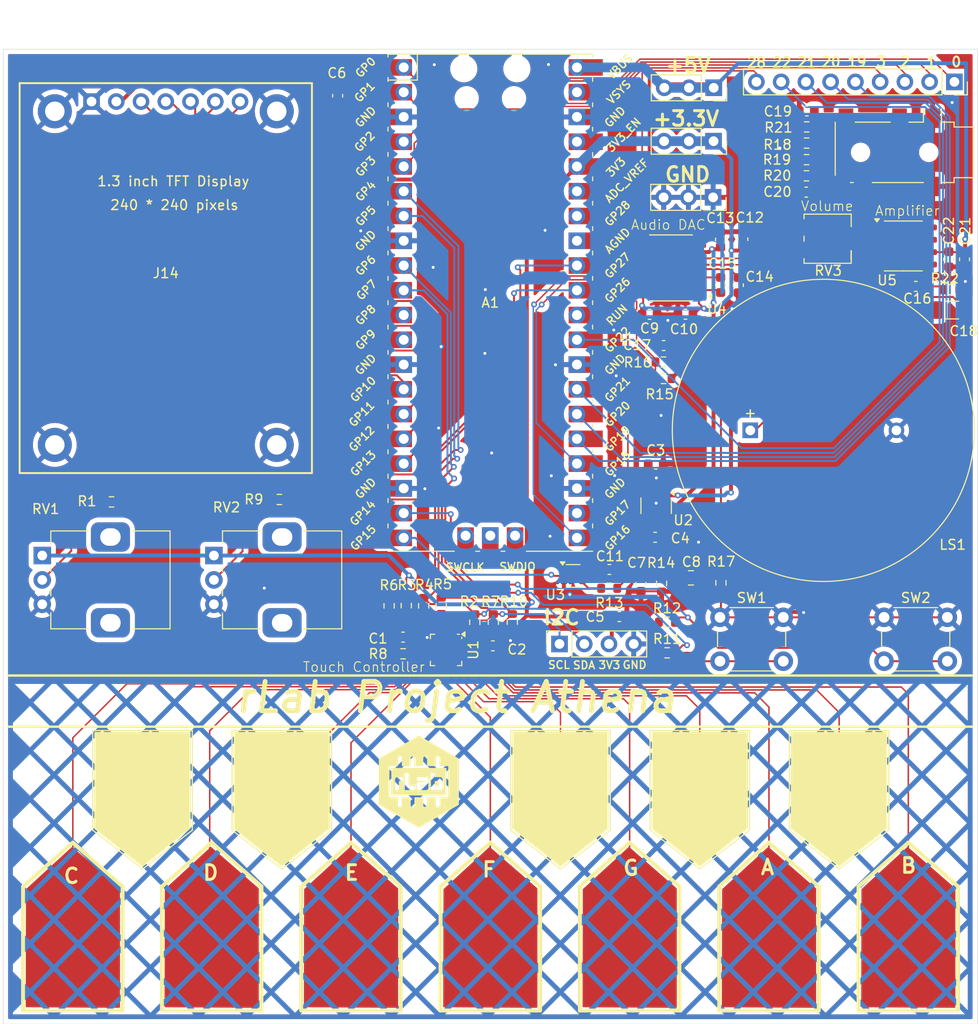
<source format=kicad_pcb>
(kicad_pcb (version 20240108) (generator "pcbnew") (generator_version "8.0")
  (layers (0 "F.Cu" signal) (31 "B.Cu" signal) (34 "B.Paste" user) (35 "F.Paste" user) (36 "B.SilkS" user "B.Silkscreen") (37 "F.SilkS" user "F.Silkscreen") (38 "B.Mask" user) (39 "F.Mask" user) (44 "Edge.Cuts" user))
  (net 0 "")
  (net 1 "/Note_C")
  (net 2 "/Note_D")
  (net 3 "/Note_E")
  (net 4 "/Note_F")
  (net 5 "/Note_G")
  (net 6 "/Note_A")
  (net 7 "/Note_B")
  (net 8 "/C_Sharp")
  (net 9 "/E_Flat")
  (net 10 "/F_Sharp")
  (net 11 "/G_Sharp")
  (net 12 "/B_Flat")
  (net 13 "+3.3V")
  (net 14 "Net-(U1-VREG)")
  (net 15 "GND")
  (net 16 "+3.3VA")
  (net 17 "Net-(C7-Pad2)")
  (net 18 "Net-(C8-Pad1)")
  (net 19 "Net-(U1-REXT)")
  (net 20 "Net-(U4-VNEG)")
  (net 21 "Net-(U4-CAPP)")
  (net 22 "Net-(U4-CAPM)")
  (net 23 "Net-(C16-Pad2)")
  (net 24 "Net-(C16-Pad1)")
  (net 25 "Net-(U4-LDOO)")
  (net 26 "Net-(R9-Pad2)")
  (net 27 "/Pot1")
  (net 28 "Net-(C18-Pad2)")
  (net 29 "/Pot2")
  (net 30 "/Button1")
  (net 31 "/Button2")
  (net 32 "Net-(R1-Pad2)")
  (net 33 "Net-(R13-Pad2)")
  (net 34 "Net-(U4-XSMT)")
  (net 35 "Net-(U4-OUTR)")
  (net 36 "+5V")
  (net 37 "/ROUT")
  (net 38 "/LOUT")
  (net 39 "/SCL")
  (net 40 "/SDA")
  (net 41 "/BL")
  (net 42 "/RESET")
  (net 43 "/DC")
  (net 44 "/SCK")
  (net 45 "/MOSI")
  (net 46 "/GPIO3")
  (net 47 "/GPIO1")
  (net 48 "/GPIO28")
  (net 49 "/GPIO22")
  (net 50 "/GPIO2")
  (net 51 "/GPIO0")
  (net 52 "/GPIO21")
  (net 53 "/GPIO20")
  (net 54 "/GPIO19")
  (net 55 "/IRQ")
  (net 56 "/PWMOUT")
  (net 57 "Net-(U5-+)")
  (net 60 "/BCK")
  (net 61 "/LRCK")
  (net 62 "/SDO")
  (net 63 "Net-(U1-ADDR)")
  (net 67 "Net-(U4-OUTL)")
  (footprint "Resistor_SMD:R_0603_1608Metric" (layer "F.Cu") (at 143.16 107.1 90)
    (property "Reference" "R4")
    (property "Value" "NF")
  )
  (footprint "Package_TO_SOT_SMD:SOT-23-5" (layer "F.Cu") (at 167.02 96.8275 -90)
    (property "Reference" "U2")
    (property "Value" "LP5907MFX-3.3")
  )
  (footprint "Resistor_SMD:R_0603_1608Metric" (layer "F.Cu") (at 182.47 57.97)
    (property "Reference" "R21")
    (property "Value" "470R")
  )
  (footprint "Resistor_SMD:R_0603_1608Metric" (layer "F.Cu") (at 141.05 112.02 180)
    (property "Reference" "R8")
    (property "Value" "75k")
  )
  (footprint "Connector_PinSocket_2.54mm:PinSocket_1x09_P2.54mm_Vertical" (layer "F.Cu") (at 197.63 53.35 -90)
    (property "Reference" "J19" (hide yes))
    (property "Value" "Conn_01x09")
  )
  (footprint "Resistor_SMD:R_0603_1608Metric" (layer "F.Cu") (at 148.4075 108.785 90)
    (property "Reference" "R2")
    (property "Value" "4k7")
  )
  (footprint "Capacitor_SMD:C_0603_1608Metric" (layer "F.Cu") (at 165.46 104.835 90)
    (property "Reference" "C7")
    (property "Value" "100n")
  )
  (footprint "rLab_Keyboard:White_Key" (layer "F.Cu") (at 178.6 143.5)
    (property "Reference" "J6" (hide yes))
    (property "Value" "Conn_01x01_Pin")
  )
  (footprint "Capacitor_SMD:C_0603_1608Metric" (layer "F.Cu") (at 141.04 110.31 180)
    (property "Reference" "C1")
    (property "Value" "100n")
  )
  (footprint "Package_SO:SOIC-8_3.9x4.9mm_P1.27mm" (layer "F.Cu") (at 192.385 70.185)
    (property "Reference" "U5")
    (property "Value" "LM386")
  )
  (footprint "Capacitor_SMD:C_0603_1608Metric" (layer "F.Cu") (at 198.67 71.555 -90)
    (property "Reference" "C21")
    (property "Value" "100n")
  )
  (footprint "Capacitor_SMD:C_0603_1608Metric" (layer "F.Cu") (at 170.025 77.185)
    (property "Reference" "C10")
    (property "Value" "100n")
  )
  (footprint "rLab_Keyboard:White_Key" (layer "F.Cu") (at 192.9 143.5)
    (property "Reference" "J7" (hide yes))
    (property "Value" "Conn_01x01_Pin")
  )
  (footprint "rLab_Keyboard:White_Key" (layer "F.Cu") (at 135.7 143.5)
    (property "Reference" "J3" (hide yes))
    (property "Value" "Conn_01x01_Pin")
  )
  (footprint "Resistor_SMD:R_0603_1608Metric" (layer "F.Cu") (at 141.37 107.08 90)
    (property "Reference" "R3")
    (property "Value" "NF")
  )
  (footprint "rLab_Keyboard:Black_key_fill" (layer "F.Cu") (at 128.6 125)
    (property "Reference" "J9" (hide yes))
    (property "Value" "Conn_01x01_Pin")
  )
  (footprint "Button_Switch_THT:SW_PUSH_6mm_H5mm" (layer "F.Cu") (at 173.57 108.28)
    (property "Reference" "SW1")
    (property "Value" "SW_MEC_5G")
  )
  (footprint "rLab_Keyboard:Potentiometer_Alps_RK09K_Single_Vertical" (layer "F.Cu") (at 121.63 101.94)
    (property "Reference" "RV2")
    (property "Value" "10k")
  )
  (footprint "Resistor_SMD:R_0603_1608Metric" (layer "F.Cu") (at 167.58 104.795 -90)
    (property "Reference" "R14")
    (property "Value" "100R")
  )
  (footprint "rLab_Keyboard:Black_key_fill" (layer "F.Cu") (at 171.5 125)
    (property "Reference" "J11" (hide yes))
    (property "Value" "Conn_01x01_Pin")
  )
  (footprint "rLab_Keyboard:Black_key_fill" (layer "F.Cu") (at 114.3 125)
    (property "Reference" "J8" (hide yes))
    (property "Value" "Conn_01x01_Pin")
  )
  (footprint "Resistor_SMD:R_0603_1608Metric" (layer "F.Cu") (at 197.3 74.67)
    (property "Reference" "R22")
    (property "Value" "10R")
  )
  (footprint "Capacitor_SMD:C_0603_1608Metric" (layer "F.Cu") (at 193.67 74.33 180)
    (property "Reference" "C16")
    (property "Value" "47n")
  )
  (footprint "rLab_Keyboard:Potentiometer_Bourns_3214G_Horizontal" (layer "F.Cu") (at 184.62 69.44 180)
    (property "Reference" "RV3")
    (property "Value" "10k")
  )
  (footprint "Capacitor_SMD:C_0805_2012Metric" (layer "F.Cu") (at 170.59 104.23 180)
    (property "Reference" "C8")
    (property "Value" "47u")
  )
  (footprint "Resistor_SMD:R_0603_1608Metric" (layer "F.Cu") (at 173.67 104.74 -90)
    (property "Reference" "R17")
    (property "Value" "1k8")
  )
  (footprint "Resistor_SMD:R_0603_1608Metric" (layer "F.Cu") (at 152.2575 108.765 90)
    (property "Reference" "R10")
    (property "Value" "4k7")
  )
  (footprint "Resistor_SMD:R_0603_1608Metric" (layer "F.Cu") (at 168.15 111.92)
    (property "Reference" "R11")
    (property "Value" "4k7")
  )
  (footprint "Capacitor_SMD:C_0603_1608Metric" (layer "F.Cu") (at 134.33 54.77 -90)
    (property "Reference" "C6")
    (property "Value" "100n")
  )
  (footprint "Capacitor_SMD:C_0603_1608Metric" (layer "F.Cu") (at 163.24 108.2 180)
    (property "Reference" "C5")
    (property "Value" "2u2")
  )
  (footprint "Capacitor_SMD:C_0603_1608Metric" (layer "F.Cu") (at 182.48 56.33)
    (property "Reference" "C19")
    (property "Value" "2n2")
  )
  (footprint "rLab_Keyboard:Black_key_fill" (layer "F.Cu") (at 185.8 125)
    (property "Reference" "J12" (hide yes))
    (property "Value" "Conn_01x01_Pin")
  )
  (footprint "rLab_Keyboard:White_Key" (layer "F.Cu") (at 121.4 143.5)
    (property "Reference" "J2" (hide yes))
    (property "Value" "Conn_01x01_Pin")
  )
  (footprint "Capacitor_SMD:C_0603_1608Metric" (layer "F.Cu") (at 167.79 80.4)
    (property "Reference" "C17")
    (property "Value" "100n")
  )
  (footprint "Package_SO:TSSOP-20_4.4x6.5mm_P0.65mm" (layer "F.Cu") (at 168.5475 72.435 180)
    (property "Reference" "U4")
    (property "Value" "PCM5102")
  )
  (footprint "Resistor_SMD:R_0603_1608Metric" (layer "F.Cu") (at 139.61 107.1 90)
    (property "Reference" "R6")
    (property "Value" "0R")
  )
  (footprint "Resistor_SMD:R_0603_1608Metric" (layer "F.Cu") (at 182.45 62.99)
    (property "Reference" "R20")
    (property "Value" "470R")
  )
  (footprint "Resistor_SMD:R_0603_1608Metric" (layer "F.Cu") (at 111.12 96.44 180)
    (property "Reference" "R1")
    (property "Value" "4k7")
  )
  (footprint "Package_TO_SOT_SMD:SOT-353_SC-70-5" (layer "F.Cu") (at 158.5 104.03)
    (property "Reference" "U3")
    (property "Value" "74LVC1G17")
  )
  (footprint "rLab_Keyboard:Jack_3.5mm_PJ342_Horizontal" (layer "F.Cu") (at 190.7 60.58 -90)
    (property "Reference" "J16" (hide yes))
    (property "Value" "AudioJack3_Switch")
  )
  (footprint "Capacitor_SMD:C_0603_1608Metric" (layer "F.Cu") (at 150.2575 111.205)
    (property "Reference" "C2")
    (property "Value" "100n")
  )
  (footprint "Button_Switch_THT:SW_PUSH_6mm_H5mm" (layer "F.Cu") (at 190.41 108.28)
    (property "Reference" "SW2")
    (property "Value" "SW_MEC_5G")
  )
  (footprint "rLab_Keyboard:White_Key" (layer "F.Cu") (at 150 143.5)
    (property "Reference" "J4" (hide yes))
    (property "Value" "Conn_01x01_Pin")
  )
  (footprint "Connector_PinSocket_2.54mm:PinSocket_1x03_P2.54mm_Vertical" (layer "F.Cu") (at 172.93 53.96 -90)
    (property "Reference" "J17" (hide yes))
    (property "Value" "Conn_01x03")
  )
  (footprint "rLab_Keyboard:Potentiometer_Alps_RK09K_Single_Vertical" (layer "F.Cu") (at 104.01 101.94)
    (property "Reference" "RV1")
    (property "Value" "10k")
  )
  (footprint "Resistor_SMD:R_0603_1608Metric" (layer "F.Cu") (at 182.46 59.63)
    (property "Reference" "R18")
    (property "Value" "0R")
  )
  (footprint "Capacitor_SMD:C_0603_1608Metric" (layer "F.Cu") (at 166.98 92.56)
    (property "Reference" "C3")
    (property "Value" "1u")
  )
  (footprint "Connector_PinSocket_2.54mm:PinSocket_1x03_P2.54mm_Vertical" (layer "F.Cu") (at 172.915 59.435 -90)
    (property "Reference" "J15" (hide yes))
    (property "Value" "Conn_01x03")
  )
  (footprint "Capacitor_SMD:C_0603_1608Metric" (layer "F.Cu") (at 197.06 71.55 90)
    (property "Reference" "C22")
    (property "Value" "2u2")
  )
  (footprint "Capacitor_SMD:C_0603_1608Metric" (layer "F.Cu") (at 166.92 100.07)
    (property "Reference" "C4")
    (property "Value" "1u")
  )
  (footprint "rLab_Keyboard:30mm_Speaker" (layer "F.Cu") (at 176.68 89.1)
    (property "Reference" "LS1")
    (property "Value" "Speaker")
  )
  (footprint "Pi_Pico2:RPi_Pico_SMD_TH" (layer "F.Cu") (at 150 76)
    (property "Reference" "A1")
    (property "Value" "RaspberryPi_Pico")
  )
  (footprint "Resistor_SMD:R_0603_1608Metric" (layer "F.Cu") (at 167.77 83.78 180)
    (property "Reference" "R15")
    (property "Value" "100R")
  )
  (footprint "Capacitor_SMD:C_1206_3216Metric" (layer "F.Cu") (at 197.36 76.76 180)
    (property "Reference" "C18")
    (property "Value" "220u")
  )
  (footprint "Connector_PinSocket_2.54mm:PinSocket_1x04_P2.54mm_Vertical" (layer "F.Cu") (at 157.1 111.01 90)
    (property "Reference" "J13" (hide yes))
    (property "Value" "Conn_01x04")
  )
  (footprint "Capacitor_SMD:C_0603_1608Metric" (layer "F.Cu") (at 173.635 74.185 -90)
    (property "Reference" "C15")
    (property "Value" "2u2")
  )
  (footprint "rLab_Keyboard:240LCD" (layer "F.Cu") (at 116.69 73.48)
    (property "Reference" "J14")
    (property "Value" "Conn_01x07")
  )
  (footprint "rLab_Keyboard:UQFN-20_3x3mm_P0.4mm" (layer "F.Cu") (at 145.4575 111.625 -90)
    (property "Reference" "U1")
    (property "Value" "MPR121QR2")
  )
  (footprint "rLab_Keyboard:White_Key" (layer "F.Cu") (at 107.15 143.5)
    (property "Reference" "J1" (hide yes))
    (property "Value" "Conn_01x01_Pin")
  )
  (footprint "rLab_Keyboard:White_Key" (layer "F.Cu") (at 164.3 143.5)
    (property "Reference" "J5" (hide yes))
    (property "Value" "Conn_01x01_Pin")
  )
  (footprint "Capacitor_SMD:C_0603_1608Metric" (layer "F.Cu") (at 173.63 69.52 -90)
    (property "Reference" "C13")
    (property "Value" "100n")
  )
  (footprint "Resistor_SMD:R_0603_1608Metric" (layer "F.Cu") (at 150.3075 108.77 90)
    (property "Reference" "R7")
    (property "Value" "4k7")
  )
  (footprint "Capacitor_SMD:C_0603_1608Metric" (layer "F.Cu") (at 182.425 64.66)
    (property "Reference" "C20")
    (property "Value" "2n2")
  )
  (footprint "Resistor_SMD:R_0603_1608Metric" (layer "F.Cu") (at 182.455 61.33)
    (property "Reference" "R19")
    (property "Value" "0R")
  )
  (footprint "Connector_PinSocket_2.54mm:PinSocket_1x03_P2.54mm_Vertical" (layer "F.Cu") (at 172.87 65.2 -90)
    (property "Reference" "J18" (hide yes))
    (property "Value" "Conn_01x03")
  )
  (footprint "rLab_Keyboard:Black_key_fill" (layer "F.Cu") (at 157.2 125)
    (property "Reference" "J10" (hide yes))
    (property "Value" "Conn_01x01_Pin")
  )
  (footprint "Resistor_SMD:R_0603_1608Metric" (layer "F.Cu") (at 167.78 82.09)
    (property "Reference" "R16")
    (property "Value" "100R")
  )
  (footprint "Capacitor_SMD:C_0603_1608Metric" (layer "F.Cu") (at 175.92 69.49 -90)
    (property "Reference" "C12")
    (property "Value" "2u2")
  )
  (footprint "Resistor_SMD:R_0603_1608Metric" (layer "F.Cu") (at 168.13 108.78)
    (property "Reference" "R12")
    (property "Value" "4k7")
  )
  (footprint "Resistor_SMD:R_0603_1608Metric" (layer "F.Cu") (at 162.2 105.3 180)
    (property "Reference" "R13")
    (property "Value" "220R")
  )
  (footprint "Resistor_SMD:R_0603_1608Metric" (layer "F.Cu") (at 144.96 107.095 90)
    (property "Reference" "R5")
    (property "Value" "NF")
  )
  (footprint "Capacitor_SMD:C_0603_1608Metric" (layer "F.Cu") (at 175.455 74.205 90)
    (property "Reference" "C14")
    (property "Value" "2u2")
  )
  (footprint "Capacitor_SMD:C_0603_1608Metric" (layer "F.Cu") (at 162.22 103.37 180)
    (property "Reference" "C11")
    (property "Value" "100n")
  )
  (footprint "Resistor_SMD:R_0603_1608Metric" (layer "F.Cu") (at 128.35 96.19 180)
    (property "Reference" "R9")
    (property "Value" "4k7")
  )
  (footprint "Capacitor_SMD:C_0603_1608Metric" (layer "F.Cu") (at 166.345 77.205 180)
    (property "Reference" "C9")
    (property "Value" "100n")
  )
  (gr_line (start 100.6 114.25) (end 199.4 114.25) (stroke (width 0.25)) (layer "F.SilkS"))
  (gr_line (start 100.6 119.5) (end 199.4 119.5) (stroke (width 0.25)) (layer "F.SilkS"))
  (gr_poly (pts (xy 143.212182 125.452162) (xy 143.214879 125.452295) (xy 143.217487 125.452516) (xy 143.220007 125.452826) (xy 143.222438 125.453225) (xy 143.224781 125.453712) (xy 143.227035 125.454288) (xy 143.229201 125.454952) (xy 143.231279 125.455705) (xy 143.233268 125.456546) (xy 143.235169 125.457476) (xy 143.236981 125.458494) (xy 143.238705 125.459601) (xy 143.24034 125.460797) (xy 143.241887 125.462081) (xy 143.243346 125.463453) (xy 143.244716 125.464914) (xy 143.245997 125.466464) (xy 143.247191 125.468102) (xy 143.248295 125.469828) (xy 143.249312 125.471643) (xy 143.25024 125.473547) (xy 143.251079 125.475539) (xy 143.251831 125.47762) (xy 143.252494 125.479789) (xy 143.253068 125.482046) (xy 143.253554 125.484392) (xy 143.253952 125.486827) (xy 143.254261 125.48935) (xy 143.254482 125.491962) (xy 143.254615 125.494662) (xy 143.254659 125.49745) (xy 143.254659 125.59023) (xy 143.254615 125.593015) (xy 143.254482 125.595712) (xy 143.254261 125.59832) (xy 143.253952 125.60084) (xy 143.253554 125.603271) (xy 143.253068 125.605614) (xy 143.252494 125.607869) (xy 143.251831 125.610034) (xy 143.251079 125.612112) (xy 143.25024 125.614101) (xy 143.249312 125.616002) (xy 143.248295 125.617814) (xy 143.247191 125.619538) (xy 143.245997 125.621173) (xy 143.244716 125.62272) (xy 143.243346 125.624178) (xy 143.241887 125.625549) (xy 143.24034 125.62683) (xy 143.238705 125.628023) (xy 143.236981 125.629128) (xy 143.235169 125.630145) (xy 143.233268 125.631073) (xy 143.231279 125.631912) (xy 143.229201 125.632664) (xy 143.227035 125.633327) (xy 143.224781 125.633901) (xy 143.222438 125.634387) (xy 143.220007 125.634785) (xy 143.217487 125.635094) (xy 143.214879 125.635315) (xy 143.212182 125.635448) (xy 143.209397 125.635492) (xy 142.87888 125.635492) (xy 142.876091 125.635448) (xy 142.873391 125.635315) (xy 142.87078 125.635094) (xy 142.868258 125.634785) (xy 142.865823 125.634387) (xy 142.863478 125.633901) (xy 142.861221 125.633327) (xy 142.859052 125.632664) (xy 142.856972 125.631912) (xy 142.854981 125.631073) (xy 142.853078 125.630145) (xy 142.851264 125.629128) (xy 142.849538 125.628023) (xy 142.847901 125.62683) (xy 142.846352 125.625549) (xy 142.844892 125.624178) (xy 142.84352 125.62272) (xy 142.842237 125.621173) (xy 142.841042 125.619538) (xy 142.839936 125.617814) (xy 142.838919 125.616002) (xy 142.83799 125.614101) (xy 142.837149 125.612112) (xy 142.836397 125.610034) (xy 142.835733 125.607869) (xy 142.835158 125.605614) (xy 142.834672 125.603271) (xy 142.834273 125.60084) (xy 142.833964 125.59832) (xy 142.833743 125.595712) (xy 142.83361 125.593015) (xy 142.833566 125.59023) (xy 142.833566 125.49745) (xy 142.83361 125.494662) (xy 142.833743 125.491962) (xy 142.833964 125.48935) (xy 142.834273 125.486827) (xy 142.834672 125.484392) (xy 142.835158 125.482046) (xy 142.835733 125.479789) (xy 142.836397 125.47762) (xy 142.837149 125.475539) (xy 142.83799 125.473547) (xy 142.838919 125.471643) (xy 142.839936 125.469828) (xy 142.841042 125.468102) (xy 142.842237 125.466464) (xy 142.84352 125.464914) (xy 142.844892 125.463453) (xy 142.846352 125.462081) (xy 142.847901 125.460797) (xy 142.849538 125.459601) (xy 142.851264 125.458494) (xy 142.853078 125.457476) (xy 142.854981 125.456546) (xy 142.856972 125.455705) (xy 142.859052 125.454952) (xy 142.861221 125.454288) (xy 142.863478 125.453712) (xy 142.865823 125.453225) (xy 142.868258 125.452826) (xy 142.87078 125.452516) (xy 142.873391 125.452295) (xy 142.876091 125.452162) (xy 142.87888 125.452118) (xy 143.209397 125.452118)) (stroke (width -0.000001)) (fill solid) (layer "F.SilkS"))
  (gr_poly (pts (xy 146.749839 122.760423) (xy 146.750864 122.761039) (xy 146.751863 122.761686) (xy 146.752836 122.762363) (xy 146.753784 122.76307) (xy 146.754705 122.763804) (xy 146.755598 122.764567) (xy 146.756464 122.765356) (xy 146.757302 122.766171) (xy 146.758112 122.767012) (xy 146.758892 122.767877) (xy 146.759643 122.768765) (xy 146.760364 122.769677) (xy 146.761054 122.77061) (xy 146.761714 122.771565) (xy 146.762342 122.772539) (xy 146.762938 122.773534) (xy 146.763502 122.774547) (xy 146.764033 122.775577) (xy 146.76453 122.776625) (xy 146.764994 122.77769) (xy 146.765423 122.778769) (xy 146.765818 122.779864) (xy 146.766177 122.780972) (xy 146.7665 122.782093) (xy 146.766787 122.783226) (xy 146.767038 122.784371) (xy 146.767251 122.785526) (xy 146.767427 122.786691) (xy 146.767564 122.787865) (xy 146.767663 122.789047) (xy 146.767722 122.790237) (xy 146.767742 122.791433) (xy 146.767742 127.487945) (xy 146.767663 127.490331) (xy 146.767427 127.492687) (xy 146.767038 127.495007) (xy 146.7665 127.497285) (xy 146.765818 127.499515) (xy 146.764994 127.501689) (xy 146.764033 127.503801) (xy 146.762938 127.505845) (xy 146.761714 127.507814) (xy 146.760364 127.509701) (xy 146.758892 127.511501) (xy 146.757302 127.513207) (xy 146.755598 127.514811) (xy 146.753784 127.516309) (xy 146.751863 127.517692) (xy 146.749839 127.518955) (xy 142.682541 129.867201) (xy 142.681495 129.867781) (xy 142.680435 129.868324) (xy 142.679361 129.86883) (xy 142.678275 129.869298) (xy 142.677178 129.869729) (xy 142.67607 129.870123) (xy 142.674953 129.870479) (xy 142.673828 129.870798) (xy 142.672695 129.87108) (xy 142.671555 129.871324) (xy 142.67041 129.87153) (xy 142.669261 129.871699) (xy 142.668108 129.871831) (xy 142.666952 129.871925) (xy 142.665795 129.871981) (xy 142.664638 129.872) (xy 142.663477 129.871981) (xy 142.662318 129.871925) (xy 142.66116 129.871831) (xy 142.660005 129.871699) (xy 142.658854 129.87153) (xy 142.657708 129.871324) (xy 142.656568 129.87108) (xy 142.655435 129.870798) (xy 142.654309 129.870479) (xy 142.653193 129.870123) (xy 142.652086 129.869729) (xy 142.65099 129.869298) (xy 142.649906 129.86883) (xy 142.648835 129.868324) (xy 142.647777 129.867781) (xy 142.646734 129.867201) (xy 138.579454 127.518955) (xy 138.578428 127.518339) (xy 138.577427 127.517692) (xy 138.576452 127.517015) (xy 138.575504 127.516309) (xy 138.574582 127.515574) (xy 138.573688 127.514811) (xy 138.572821 127.514022) (xy 138.571983 127.513207) (xy 138.571173 127.512366) (xy 138.570393 127.511501) (xy 138.569642 127.510613) (xy 138.568921 127.509701) (xy 138.568231 127.508768) (xy 138.567571 127.507814) (xy 138.566944 127.506839) (xy 138.566348 127.505845) (xy 138.565785 127.504832) (xy 138.565254 127.503801) (xy 138.564757 127.502753) (xy 138.564294 127.501689) (xy 138.563865 127.500609) (xy 138.563471 127.499515) (xy 138.563113 127.498406) (xy 138.56279 127.497285) (xy 138.562503 127.496152) (xy 138.562253 127.495007) (xy 138.56204 127.493852) (xy 138.561865 127.492687) (xy 138.561728 127.491513) (xy 138.56163 127.490331) (xy 138.56157 127.489141) (xy 138.56155 127.487945) (xy 138.56155 123.635312) (xy 139.646959 123.635312) (xy 139.646959 126.644066) (xy 139.647083 126.648931) (xy 139.647448 126.653732) (xy 139.648049 126.658463) (xy 139.648881 126.663119) (xy 139.649937 126.667694) (xy 139.651212 126.67218) (xy 139.652699 126.676574) (xy 139.654393 126.680868) (xy 139.656287 126.685056) (xy 139.658375 126.689133) (xy 139.660653 126.693093) (xy 139.663113 126.69693) (xy 139.66575 126.700638) (xy 139.668557 126.70421) (xy 139.67153 126.707642) (xy 139.674661 126.710926) (xy 139.677946 126.714058) (xy 139.681377 126.71703) (xy 139.684949 126.719838) (xy 139.688657 126.722475) (xy 139.692494 126.724935) (xy 139.696454 126.727212) (xy 139.700531 126.729301) (xy 139.704719 126.731195) (xy 139.709013 126.732889) (xy 139.713407 126.734376) (xy 139.717893 126.73565) (xy 139.722468 126.736706) (xy 139.727124 126.737538) (xy 139.731855 126.73814) (xy 139.736656 126.738505) (xy 139.741521 126.738628) (xy 140.524282 126.738628) (xy 140.524282 127.560811) (xy 140.52449 127.569021) (xy 140.525106 127.577123) (xy 140.52612 127.585107) (xy 140.527523 127.592963) (xy 140.529304 127.600682) (xy 140.531454 127.608252) (xy 140.533962 127.615665) (xy 140.536819 127.62291) (xy 140.540013 127.629977) (xy 140.543536 127.636856) (xy 140.547378 127.643538) (xy 140.551527 127.650011) (xy 140.555975 127.656266) (xy 140.560711 127.662293) (xy 140.565725 127.668082) (xy 140.571008 127.673623) (xy 140.576548 127.678906) (xy 140.582337 127.683921) (xy 140.588364 127.688657) (xy 140.594619 127.693106) (xy 140.601092 127.697256) (xy 140.607773 127.701098) (xy 140.614653 127.704621) (xy 140.62172 127.707816) (xy 140.628965 127.710673) (xy 140.636379 127.713182) (xy 140.64395 127.715332) (xy 140.651669 127.717113) (xy 140.659527 127.718517) (xy 140.667512 127.719531) (xy 140.675615 127.720147) (xy 140.683826 127.720355) (xy 140.756128 127.720355) (xy 140.764337 127.720147) (xy 140.772439 127.719531) (xy 140.780423 127.718517) (xy 140.788279 127.717113) (xy 140.795998 127.715332) (xy 140.803568 127.713182) (xy 140.810981 127.710673) (xy 140.818226 127.707816) (xy 140.825293 127.704621) (xy 140.832173 127.701098) (xy 140.838854 127.697256) (xy 140.845327 127.693106) (xy 140.851582 127.688657) (xy 140.857609 127.683921) (xy 140.863399 127.678906) (xy 140.86894 127.673623) (xy 140.874222 127.668082) (xy 140.879237 127.662293) (xy 140.883974 127.656266) (xy 140.888422 127.650011) (xy 140.892572 127.643538) (xy 140.896414 127.636856) (xy 140.899938 127.629977) (xy 140.903133 127.62291) (xy 140.90599 127.615665) (xy 140.908498 127.608252) (xy 140.910648 127.600682) (xy 140.91243 127.592963) (xy 140.913833 127.585107) (xy 140.914848 127.577123) (xy 140.915464 127.569021) (xy 140.915672 127.560811) (xy 140.915672 126.738628) (xy 141.820723 126.738628) (xy 141.820723 127.560811) (xy 141.82093 127.569021) (xy 141.821546 127.577123) (xy 141.822561 127.585107) (xy 141.823964 127.592963) (xy 141.825745 127.600682) (xy 141.827895 127.608252) (xy 141.830403 127.615665) (xy 141.833259 127.62291) (xy 141.836454 127.629977) (xy 141.839977 127.636856) (xy 141.843818 127.643538) (xy 141.847968 127.650011) (xy 141.852415 127.656266) (xy 141.857152 127.662293) (xy 141.862166 127.668082) (xy 141.867448 127.673623) (xy 141.872989 127.678906) (xy 141.878778 127.683921) (xy 141.884805 127.688657) (xy 141.89106 127.693106) (xy 141.897533 127.697256) (xy 141.904214 127.701098) (xy 141.911093 127.704621) (xy 141.918161 127.707816) (xy 141.925406 127.710673) (xy 141.932819 127.713182) (xy 141.940391 127.715332) (xy 141.94811 127.717113) (xy 141.955967 127.718517) (xy 141.963953 127.719531) (xy 141.972056 127.720147) (xy 141.980267 127.720355) (xy 142.052568 127.720355) (xy 142.060779 127.720147) (xy 142.068883 127.719531) (xy 142.076868 127.718517) (xy 142.084726 127.717113) (xy 142.092445 127.715332) (xy 142.100017 127.713182) (xy 142.107431 127.710673) (xy 142.114677 127.707816) (xy 142.121745 127.704621) (xy 142.128625 127.701098) (xy 142.135307 127.697256) (xy 142.141781 127.693106) (xy 142.148037 127.688657) (xy 142.154064 127.683921) (xy 142.159854 127.678906) (xy 142.165395 127.673623) (xy 142.170679 127.668082) (xy 142.175694 127.662293) (xy 142.180431 127.656266) (xy 142.184879 127.650011) (xy 142.189029 127.643538) (xy 142.192871 127.636856) (xy 142.196395 127.629977) (xy 142.19959 127.62291) (xy 142.202447 127.615665) (xy 142.204956 127.608252) (xy 142.207106 127.600682) (xy 142.208888 127.592963) (xy 142.210291 127.585107) (xy 142.211306 127.577123) (xy 142.211922 127.569021) (xy 142.212129 127.560811) (xy 142.212129 126.738628) (xy 143.117181 126.738628) (xy 143.117181 127.560811) (xy 143.117388 127.569021) (xy 143.118005 127.577123) (xy 143.119019 127.585107) (xy 143.120422 127.592963) (xy 143.122204 127.600682) (xy 143.124354 127.608252) (xy 143.126863 127.615665) (xy 143.12972 127.62291) (xy 143.132915 127.629977) (xy 143.136438 127.636856) (xy 143.14028 127.643538) (xy 143.14443 127.650011) (xy 143.148879 127.656266) (xy 143.153615 127.662293) (xy 143.15863 127.668082) (xy 143.163913 127.673623) (xy 143.169454 127.678906) (xy 143.175243 127.683921) (xy 143.18127 127.688657) (xy 143.187526 127.693106) (xy 143.193999 127.697256) (xy 143.20068 127.701098) (xy 143.207559 127.704621) (xy 143.214626 127.707816) (xy 143.221871 127.710673) (xy 143.229284 127.713182) (xy 143.236855 127.715332) (xy 143.244574 127.717113) (xy 143.25243 127.718517) (xy 143.260414 127.719531) (xy 143.268516 127.720147) (xy 143.276725 127.720355) (xy 143.349009 127.720355) (xy 143.35722 127.720147) (xy 143.365323 127.719531) (xy 143.373308 127.718517) (xy 143.381166 127.717113) (xy 143.388885 127.715332) (xy 143.396456 127.713182) (xy 143.40387 127.710673) (xy 143.411115 127.707816) (xy 143.418182 127.704621) (xy 143.425061 127.701098) (xy 143.431743 127.697256) (xy 143.438216 127.693106) (xy 143.444471 127.688657) (xy 143.450498 127.683921) (xy 143.456287 127.678906) (xy 143.461827 127.673623) (xy 143.46711 127.668082) (xy 143.472124 127.662293) (xy 143.47686 127.656266) (xy 143.481308 127.650011) (xy 143.485457 127.643538) (xy 143.489299 127.636856) (xy 143.492822 127.629977) (xy 143.496016 127.62291) (xy 143.498873 127.615665) (xy 143.501381 127.608252) (xy 143.50353 127.600682) (xy 143.505312 127.592963) (xy 143.506715 127.585107) (xy 143.507729 127.577123) (xy 143.508345 127.569021) (xy 143.508553 127.560811) (xy 143.508553 126.738628) (xy 144.413622 126.738628) (xy 144.413622 127.560811) (xy 144.413829 127.569021) (xy 144.414445 127.577123) (xy 144.41546 127.585107) (xy 144.416863 127.592963) (xy 144.418645 127.600682) (xy 144.420795 127.608252) (xy 144.423304 127.615665) (xy 144.42616 127.62291) (xy 144.429356 127.629977) (xy 144.432879 127.636856) (xy 144.436721 127.643538) (xy 144.440871 127.650011) (xy 144.445319 127.656266) (xy 144.450056 127.662293) (xy 144.455071 127.668082) (xy 144.460354 127.673623) (xy 144.465895 127.678906) (xy 144.471684 127.683921) (xy 144.477711 127.688657) (xy 144.483966 127.693106) (xy 144.490439 127.697256) (xy 144.49712 127.701098) (xy 144.504 127.704621) (xy 144.511067 127.707816) (xy 144.518312 127.710673) (xy 144.525725 127.713182) (xy 144.533295 127.715332) (xy 144.541014 127.717113) (xy 144.54887 127.718517) (xy 144.556854 127.719531) (xy 144.564956 127.720147) (xy 144.573165 127.720355) (xy 144.645449 127.720355) (xy 144.65366 127.720147) (xy 144.661763 127.719531) (xy 144.669749 127.718517) (xy 144.677606 127.717113) (xy 144.685325 127.715332) (xy 144.692897 127.713182) (xy 144.70031 127.710673) (xy 144.707555 127.707816) (xy 144.714623 127.704621) (xy 144.721502 127.701098) (xy 144.728183 127.697256) (xy 144.734657 127.693106) (xy 144.740912 127.688657) (xy 144.746939 127.683921) (xy 144.752727 127.678906) (xy 144.758268 127.673623) (xy 144.76355 127.668082) (xy 144.768565 127.662293) (xy 144.773301 127.656266) (xy 144.777749 127.650011) (xy 144.781898 127.643538) (xy 144.78574 127.636856) (xy 144.789263 127.629977) (xy 144.792457 127.62291) (xy 144.795314 127.615665) (xy 144.797822 127.608252) (xy 144.799971 127.600682) (xy 144.801753 127.592963) (xy 144.803156 127.585107) (xy 144.80417 127.577123) (xy 144.804786 127.569021) (xy 144.804994 127.560811) (xy 144.804994 126.738628) (xy 145.587753 126.738628) (xy 145.592622 126.738505) (xy 145.597425 126.73814) (xy 145.602159 126.737538) (xy 145.606817 126.736706) (xy 145.611393 126.73565) (xy 145.615881 126.734376) (xy 145.620276 126.732889) (xy 145.624571 126.731195) (xy 145.62876 126.729301) (xy 145.632837 126.727212) (xy 145.636797 126.724935) (xy 145.640634 126.722475) (xy 145.644341 126.719838) (xy 145.647913 126.71703) (xy 145.651344 126.714058) (xy 145.654627 126.710926) (xy 145.657758 126.707642) (xy 145.660729 126.70421) (xy 145.663536 126.700638) (xy 145.666172 126.69693) (xy 145.668631 126.693093) (xy 145.670907 126.689133) (xy 145.672995 126.685056) (xy 145.674888 126.680868) (xy 145.67658 126.676574) (xy 145.678067 126.67218) (xy 145.67934 126.667694) (xy 145.680396 126.663119) (xy 145.681227 126.658463) (xy 145.681828 126.653732) (xy 145.682193 126.648931) (xy 145.682316 126.644066) (xy 145.682316 123.635312) (xy 145.682193 123.630448) (xy 145.681828 123.625647) (xy 145.681227 123.620915) (xy 145.680396 123.61626) (xy 145.67934 123.611686) (xy 145.678067 123.607199) (xy 145.67658 123.602807) (xy 145.674888 123.598513) (xy 145.672995 123.594325) (xy 145.670907 123.590249) (xy 145.668631 123.58629) (xy 145.666172 123.582454) (xy 145.663536 123.578747) (xy 145.660729 123.575175) (xy 145.657758 123.571745) (xy 145.654627 123.568461) (xy 145.651344 123.56533) (xy 145.647913 123.562359) (xy 145.644341 123.559552) (xy 145.640634 123.556916) (xy 145.636797 123.554456) (xy 145.632837 123.55218) (xy 145.62876 123.550092) (xy 145.624571 123.548198) (xy 145.620276 123.546505) (xy 145.615881 123.545019) (xy 145.611393 123.543745) (xy 145.606817 123.542689) (xy 145.602159 123.541857) (xy 145.597425 123.541256) (xy 145.592622 123.540891) (xy 145.587753 123.540768) (xy 144.804994 123.540768) (xy 144.804994 122.718567) (xy 144.804786 122.710356) (xy 144.80417 122.702252) (xy 144.803156 122.694267) (xy 144.801753 122.68641) (xy 144.799971 122.678691) (xy 144.797822 122.671119) (xy 144.795314 122.663706) (xy 144.792457 122.656461) (xy 144.789263 122.649393) (xy 144.78574 122.642514) (xy 144.781898 122.635833) (xy 144.777749 122.62936) (xy 144.773301 122.623105) (xy 144.768565 122.617078) (xy 144.76355 122.611289) (xy 144.758268 122.605748) (xy 144.752727 122.600466) (xy 144.746939 122.595452) (xy 144.740912 122.590716) (xy 144.734657 122.586268) (xy 144.728183 122.582118) (xy 144.721502 122.578277) (xy 144.714623 122.574754) (xy 144.707555 122.57156) (xy 144.70031 122.568703) (xy 144.692897 122.566195) (xy 144.685325 122.564046) (xy 144.677606 122.562264) (xy 144.669749 122.560862) (xy 144.661763 122.559847) (xy 144.65366 122.559231) (xy 144.645449 122.559023) (xy 144.573165 122.559023) (xy 144.564956 122.559231) (xy 144.556854 122.559847) (xy 144.54887 122.560862) (xy 144.541014 122.562264) (xy 144.533295 122.564046) (xy 144.525725 122.566195) (xy 144.518312 122.568703) (xy 144.511067 122.57156) (xy 144.504 122.574754) (xy 144.49712 122.578277) (xy 144.490439 122.582118) (xy 144.483966 122.586268) (xy 144.477711 122.590716) (xy 144.471684 122.595452) (xy 144.465895 122.600466) (xy 144.460354 122.605748) (xy 144.455071 122.611289) (xy 144.450056 122.617078) (xy 144.445319 122.623105) (xy 144.440871 122.62936) (xy 144.436721 122.635833) (xy 144.432879 122.642514) (xy 144.429356 122.649393) (xy 144.42616 122.656461) (xy 144.423304 122.663706) (xy 144.420795 122.671119) (xy 144.418645 122.678691) (xy 144.416863 122.68641) (xy 144.41546 122.694267) (xy 144.414445 122.702252) (xy 144.413829 122.710356) (xy 144.413622 122.718567) (xy 144.413622 123.540768) (xy 143.508553 123.540768) (xy 143.508553 122.718567) (xy 143.508345 122.710356) (xy 143.507729 122.702252) (xy 143.506715 122.694267) (xy 143.505312 122.68641) (xy 143.50353 122.678691) (xy 143.501381 122.671119) (xy 143.498873 122.663706) (xy 143.496016 122.656461) (xy 143.492822 122.649393) (xy 143.489299 122.642514) (xy 143.485457 122.635833) (xy 143.481308 122.62936) (xy 143.47686 122.623105) (xy 143.472124 122.617078) (xy 143.46711 122.611289) (xy 143.461827 122.605748) (xy 143.456287 122.600466) (xy 143.450498 122.595452) (xy 143.444471 122.590716) (xy 143.438216 122.586268) (xy 143.431743 122.582118) (xy 143.425061 122.578277) (xy 143.418182 122.574754) (xy 143.411115 122.57156) (xy 143.40387 122.568703) (xy 143.396456 122.566195) (xy 143.388885 122.564046) (xy 143.381166 122.562264) (xy 143.373308 122.560862) (xy 143.365323 122.559847) (xy 143.35722 122.559231) (xy 143.349009 122.559023) (xy 143.276725 122.559023) (xy 143.268516 122.559231) (xy 143.260414 122.559847) (xy 143.25243 122.560862) (xy 143.244574 122.562264) (xy 143.236855 122.564046) (xy 143.229284 122.566195) (xy 143.221871 122.568703) (xy 143.214626 122.57156) (xy 143.207559 122.574754) (xy 143.20068 122.578277) (xy 143.193999 122.582118) (xy 143.187526 122.586268) (xy 143.18127 122.590716) (xy 143.175243 122.595452) (xy 143.169454 122.600466) (xy 143.163913 122.605748) (xy 143.15863 122.611289) (xy 143.153615 122.617078) (xy 143.148879 122.623105) (xy 143.14443 122.62936) (xy 143.14028 122.635833) (xy 143.136438 122.642514) (xy 143.132915 122.649393) (xy 143.12972 122.656461) (xy 143.126863 122.663706) (xy 143.124354 122.671119) (xy 143.122204 122.678691) (xy 143.120422 122.68641) (xy 143.119019 122.694267) (xy 143.118005 122.702252) (xy 143.117388 122.710356) (xy 143.117181 122.718567) (xy 143.117181 123.540768) (xy 142.212129 123.540768) (xy 142.212129 122.718567) (xy 142.211922 122.710356) (xy 142.211306 122.702252) (xy 142.210291 122.694267) (xy 142.208888 122.68641) (xy 142.207106 122.678691) (xy 142.204956 122.671119) (xy 142.202447 122.663706) (xy 142.19959 122.656461) (xy 142.196395 122.649393) (xy 142.192871 122.642514) (xy 142.189029 122.635833) (xy 142.184879 122.62936) (xy 142.180431 122.623105) (xy 142.175694 122.617078) (xy 142.170679 122.611289) (xy 142.165395 122.605748) (xy 142.159854 122.600466) (xy 142.154064 122.595452) (xy 142.148037 122.590716) (xy 142.141781 122.586268) (xy 142.135307 122.582118) (xy 142.128625 122.578277) (xy 142.121745 122.574754) (xy 142.114677 122.57156) (xy 142.107431 122.568703) (xy 142.100017 122.566195) (xy 142.092445 122.564046) (xy 142.084726 122.562264) (xy 142.076868 122.560862) (xy 142.068883 122.559847) (xy 142.060779 122.559231) (xy 142.052568 122.559023) (xy 141.980267 122.559023) (xy 141.972056 122.559231) (xy 141.963953 122.559847) (xy 141.955967 122.560862) (xy 141.94811 122.562264) (xy 141.940391 122.564046) (xy 141.932819 122.566195) (xy 141.925406 122.568703) (xy 141.918161 122.57156) (xy 141.911093 122.574754) (xy 141.904214 122.578277) (xy 141.897533 122.582118) (xy 141.89106 122.586268) (xy 141.884805 122.590716) (xy 141.878778 122.595452) (xy 141.872989 122.600466) (xy 141.867448 122.605748) (xy 141.862166 122.611289) (xy 141.857152 122.617078) (xy 141.852415 122.623105) (xy 141.847968 122.62936) (xy 141.843818 122.635833) (xy 141.839977 122.642514) (xy 141.836454 122.649393) (xy 141.833259 122.656461) (xy 141.830403 122.663706) (xy 141.827895 122.671119) (xy 141.825745 122.678691) (xy 141.823964 122.68641) (xy 141.822561 122.694267) (xy 141.821546 122.702252) (xy 141.82093 122.710356) (xy 141.820723 122.718567) (xy 141.820723 123.540768) (xy 140.915672 123.540768) (xy 140.915672 122.718567) (xy 140.915464 122.710356) (xy 140.914848 122.702252) (xy 140.913833 122.694267) (xy 140.91243 122.68641) (xy 140.910648 122.678691) (xy 140.908498 122.671119) (xy 140.90599 122.663706) (xy 140.903133 122.656461) (xy 140.899938 122.649393) (xy 140.896414 122.642514) (xy 140.892572 122.635833) (xy 140.888422 122.62936) (xy 140.883974 122.623105) (xy 140.879237 122.617078) (xy 140.874222 122.611289) (xy 140.86894 122.605748) (xy 140.863399 122.600466) (xy 140.857609 122.595452) (xy 140.851582 122.590716) (xy 140.845327 122.586268) (xy 140.838854 122.582118) (xy 140.832173 122.578277) (xy 140.825293 122.574754) (xy 140.818226 122.57156) (xy 140.810981 122.568703) (xy 140.803568 122.566195) (xy 140.795998 122.564046) (xy 140.788279 122.562264) (xy 140.780423 122.560862) (xy 140.772439 122.559847) (xy 140.764337 122.559231) (xy 140.756128 122.559023) (xy 140.683826 122.559023) (xy 140.675615 122.559231) (xy 140.667512 122.559847) (xy 140.659527 122.560862) (xy 140.651669 122.562264) (xy 140.64395 122.564046) (xy 140.636379 122.566195) (xy 140.628965 122.568703) (xy 140.62172 122.57156) (xy 140.614653 122.574754) (xy 140.607773 122.578277) (xy 140.601092 122.582118) (xy 140.594619 122.586268) (xy 140.588364 122.590716) (xy 140.582337 122.595452) (xy 140.576548 122.600466) (xy 140.571008 122.605748) (xy 140.565725 122.611289) (xy 140.560711 122.617078) (xy 140.555975 122.623105) (xy 140.551527 122.62936) (xy 140.547378 122.635833) (xy 140.543536 122.642514) (xy 140.540013 122.649393) (xy 140.536819 122.656461) (xy 140.533962 122.663706) (xy 140.531454 122.671119) (xy 140.529304 122.678691) (xy 140.527523 122.68641) (xy 140.52612 122.694267) (xy 140.525106 122.702252) (xy 140.52449 122.710356) (xy 140.524282 122.718567) (xy 140.524282 123.540768) (xy 139.741521 123.540768) (xy 139.736656 123.540891) (xy 139.731855 123.541256) (xy 139.727124 123.541857) (xy 139.722468 123.542689) (xy 139.717893 123.543745) (xy 139.713407 123.545019) (xy 139.709013 123.546505) (xy 139.704719 123.548198) (xy 139.700531 123.550092) (xy 139.696454 123.55218) (xy 139.692494 123.554456) (xy 139.688657 123.556916) (xy 139.684949 123.559552) (xy 139.681377 123.562359) (xy 139.677946 123.56533) (xy 139.674661 123.568461) (xy 139.67153 123.571745) (xy 139.668557 123.575175) (xy 139.66575 123.578747) (xy 139.663113 123.582454) (xy 139.660653 123.58629) (xy 139.658375 123.590249) (xy 139.656287 123.594325) (xy 139.654393 123.598513) (xy 139.652699 123.602807) (xy 139.651212 123.607199) (xy 139.649937 123.611686) (xy 139.648881 123.61626) (xy 139.648049 123.620915) (xy 139.647448 123.625647) (xy 139.647083 123.630448) (xy 139.646959 123.635312) (xy 138.56155 123.635312) (xy 138.56155 122.791433) (xy 138.56163 122.789047) (xy 138.561865 122.786691) (xy 138.562253 122.784371) (xy 138.56279 122.782093) (xy 138.563471 122.779864) (xy 138.564294 122.77769) (xy 138.565254 122.775577) (xy 138.566348 122.773534) (xy 138.567571 122.771565) (xy 138.568921 122.769677) (xy 138.570393 122.767877) (xy 138.571983 122.766171) (xy 138.573688 122.764567) (xy 138.575504 122.76307) (xy 138.577427 122.761686) (xy 138.579454 122.760423) (xy 142.646734 120.412177) (xy 142.682541 120.412177)) (stroke (width -0.000001)) (fill solid) (layer "F.SilkS"))
  (gr_poly (pts (xy 144.65152 125.065064) (xy 144.655571 125.065263) (xy 144.659489 125.065594) (xy 144.663274 125.066059) (xy 144.666926 125.066656) (xy 144.670445 125.067386) (xy 144.673832 125.068248) (xy 144.677086 125.069244) (xy 144.680207 125.070371) (xy 144.683195 125.071632) (xy 144.68605 125.073025) (xy 144.688773 125.074551) (xy 144.691363 125.07621) (xy 144.693819 125.078001) (xy 144.696144 125.079925) (xy 144.698335 125.081981) (xy 144.700394 125.08417) (xy 144.702319 125.086492) (xy 144.704112 125.088947) (xy 144.705772 125.091534) (xy 144.7073 125.094254) (xy 144.708694 125.097106) (xy 144.709956 125.100091) (xy 144.711085 125.103209) (xy 144.712081 125.106459) (xy 144.712944 125.109842) (xy 144.713674 125.113358) (xy 144.714272 125.117006) (xy 144.714737 125.120786) (xy 144.715069 125.1247) (xy 144.715268 125.128746) (xy 144.715335 125.132924) (xy 144.715335 125.535921) (xy 144.715069 125.544693) (xy 144.714736 125.548866) (xy 144.714271 125.552898) (xy 144.713673 125.556789) (xy 144.712943 125.560538) (xy 144.712079 125.564145) (xy 144.711082 125.567611) (xy 144.709953 125.570936) (xy 144.708691 125.574119) (xy 144.707296 125.57716) (xy 144.705768 125.58006) (xy 144.704107 125.582818) (xy 144.702314 125.585435) (xy 144.700388 125.58791) (xy 144.698329 125.590244) (xy 144.696137 125.592436) (xy 144.693813 125.594487) (xy 144.691355 125.596396) (xy 144.688765 125.598164) (xy 144.686043 125.59979) (xy 144.683187 125.601275) (xy 144.680199 125.602619) (xy 144.677079 125.603821) (xy 144.673825 125.604881) (xy 144.670439 125.6058) (xy 144.66692 125.606578) (xy 144.663269 125.607214) (xy 144.659485 125.607709) (xy 144.655568 125.608063) (xy 144.651519 125.608275) (xy 144.647337 125.608346) (xy 144.294206 125.608346) (xy 144.294206 125.064997) (xy 144.647337 125.064997)) (stroke (width -0.000001)) (fill solid) (layer "F.SilkS"))
  (gr_poly (pts (xy 145.493209 126.549503) (xy 139.836083 126.549503) (xy 139.836083 124.983488) (xy 140.222357 124.983488) (xy 140.222357 126) (xy 140.616234 126) (xy 141.219695 126) (xy 142.233949 126) (xy 142.233949 125.567564) (xy 141.611385 125.567564) (xy 141.611385 125.50193) (xy 142.444152 125.50193) (xy 142.444152 125.698921) (xy 142.445284 125.735379) (xy 142.446699 125.752726) (xy 142.44868 125.769485) (xy 142.451226 125.785656) (xy 142.454339 125.801239) (xy 142.458018 125.816234) (xy 142.462263 125.830641) (xy 142.467073 125.844459) (xy 142.47245 125.85769) (xy 142.478392 125.870333) (xy 142.484901 125.882388) (xy 142.491975 125.893855) (xy 142.499616 125.904734) (xy 142.507822 125.915025) (xy 142.516595 125.924728) (xy 142.525933 125.933843) (xy 142.535837 125.94237) (xy 142.546308 125.950308) (xy 142.557344 125.957659) (xy 142.568946 125.964422) (xy 142.581114 125.970596) (xy 142.593848 125.976183) (xy 142.607148 125.981182) (xy 142.621014 125.985592) (xy 142.635446 125.989415) (xy 142.650444 125.992649) (xy 142.666008 125.995295) (xy 142.682138 125.997353) (xy 142.698834 125.998824) (xy 142.716095 125.999706) (xy 142.733923 126) (xy 143.340684 126) (xy 143.902553 126) (xy 144.79 126) (xy 144.82838 125.998824) (xy 144.846641 125.997353) (xy 144.864283 125.995295) (xy 144.881306 125.992649) (xy 144.897709 125.989415) (xy 144.913494 125.985592) (xy 144.928659 125.981182) (xy 144.943206 125.976183) (xy 144.957133 125.970596) (xy 144.970441 125.964422) (xy 144.98313 125.957659) (xy 144.9952 125.950308) (xy 145.006651 125.94237) (xy 145.017483 125.933843) (xy 145.027695 125.924728) (xy 145.037289 125.915025) (xy 145.046264 125.904734) (xy 145.05462 125.893855) (xy 145.062356 125.882388) (xy 145.069474 125.870333) (xy 145.075973 125.85769) (xy 145.081853 125.844459) (xy 145.087114 125.830641) (xy 145.091755 125.816234) (xy 145.095778 125.801239) (xy 145.099182 125.785656) (xy 145.101967 125.769485) (xy 145.104134 125.752726) (xy 145.105681 125.735379) (xy 145.106609 125.717444) (xy 145.106919 125.698921) (xy 145.106919 124.983488) (xy 145.106616 124.964265) (xy 145.105707 124.945653) (xy 145.104193 124.927651) (xy 145.102073 124.910259) (xy 145.099347 124.893477) (xy 145.096015 124.877306) (xy 145.092078 124.861745) (xy 145.087535 124.846794) (xy 145.082386 124.832454) (xy 145.076632 124.818723) (xy 145.070271 124.805603) (xy 145.063305 124.793094) (xy 145.055734 124.781194) (xy 145.047556 124.769905) (xy 145.038773 124.759226) (xy 145.029385 124.749157) (xy 145.01939 124.739699) (xy 145.00879 124.730851) (xy 144.997584 124.722613) (xy 144.985773 124.714985) (xy 144.973355 124.707968) (xy 144.960332 124.70156) (xy 144.946704 124.695763) (xy 144.93247 124.690577) (xy 144.91763 124.686) (xy 144.902184 124.682034) (xy 144.886133 124.678678) (xy 144.869476 124.675932) (xy 144.852213 124.673796) (xy 144.834345 124.67227) (xy 144.815871 124.671355) (xy 144.796791 124.67105) (xy 144.294206 124.67105) (xy 144.294206 124.279379) (xy 143.902553 124.279379) (xy 143.902553 126) (xy 143.340684 126) (xy 143.359488 125.999695) (xy 143.377696 125.99878) (xy 143.395307 125.997254) (xy 143.412321 125.995119) (xy 143.428737 125.992373) (xy 143.444558 125.989018) (xy 143.459781 125.985052) (xy 143.474407 125.980476) (xy 143.488436 125.97529) (xy 143.501869 125.969493) (xy 143.514704 125.963087) (xy 143.526943 125.95607) (xy 143.538584 125.948443) (xy 143.549629 125.940206) (xy 143.560076 125.931359) (xy 143.569927 125.921901) (xy 143.579181 125.911833) (xy 143.587838 125.901155) (xy 143.595898 125.889867) (xy 143.60336 125.877968) (xy 143.610226 125.865459) (xy 143.616495 125.85234) (xy 143.622167 125.83861) (xy 143.627242 125.82427) (xy 143.63172 125.80932) (xy 143.6356 125.79376) (xy 143.638884 125.777589) (xy 143.641571 125.760808) (xy 143.64366 125.743416) (xy 143.645153 125.725414) (xy 143.646049 125.706802) (xy 143.646347 125.687579) (xy 143.646347 124.983488) (xy 143.646038 124.964265) (xy 143.645109 124.945653) (xy 143.643561 124.927651) (xy 143.641394 124.910259) (xy 143.638608 124.893477) (xy 143.635202 124.877306) (xy 143.631178 124.861745) (xy 143.626534 124.846794) (xy 143.621271 124.832454) (xy 143.615389 124.818723) (xy 143.608888 124.805603) (xy 143.601768 124.793094) (xy 143.594029 124.781194) (xy 143.58567 124.769905) (xy 143.576693 124.759226) (xy 143.567096 124.749157) (xy 143.55688 124.739699) (xy 143.546046 124.730851) (xy 143.534592 124.722613) (xy 143.522519 124.714985) (xy 143.509827 124.707968) (xy 143.496516 124.70156) (xy 143.482586 124.695763) (xy 143.468037 124.690577) (xy 143.452869 124.686) (xy 143.437082 124.682034) (xy 143.420675 124.678678) (xy 143.40365 124.675932) (xy 143.386006 124.673796) (xy 143.367743 124.67227) (xy 143.348861 124.671355) (xy 143.32936 124.67105) (xy 142.496239 124.67105) (xy 142.496239 125.042349) (xy 143.186731 125.042349) (xy 143.190911 125.042415) (xy 143.194959 125.042614) (xy 143.198873 125.042946) (xy 143.202655 125.043411) (xy 143.206304 125.044008) (xy 143.20982 125.044738) (xy 143.213204 125.0456) (xy 143.216454 125.046595) (xy 143.219572 125.047723) (xy 143.222557 125.048984) (xy 143.22541 125.050377) (xy 143.22813 125.051903) (xy 143.230717 125.053561) (xy 143.233171 125.055353) (xy 143.235492 125.057277) (xy 143.237681 125.059333) (xy 143.239737 125.061522) (xy 143.241661 125.063844) (xy 143.243451 125.066299) (xy 143.245109 125.068886) (xy 143.246635 125.071605) (xy 143.248027 125.074458) (xy 143.249287 125.077443) (xy 143.250415 125.080561) (xy 143.25141 125.083811) (xy 143.252272 125.087194) (xy 143.253001 125.090709) (xy 143.253598 125.094357) (xy 143.254062 125.098138) (xy 143.254393 125.102052) (xy 143.254592 125.106098) (xy 143.254659 125.110276) (xy 143.254659 125.209883) (xy 143.250122 125.207967) (xy 143.245569 125.206175) (xy 143.240997 125.204506) (xy 143.236409 125.202961) (xy 143.231803 125.20154) (xy 143.227179 125.200242) (xy 143.222538 125.199067) (xy 143.217879 125.198017) (xy 143.213203 125.19709) (xy 143.208509 125.196286) (xy 143.203798 125.195606) (xy 143.199069 125.19505) (xy 143.194322 125.194617) (xy 143.189557 125.194308) (xy 143.184775 125.194123) (xy 143.179975 125.194061) (xy 142.733923 125.194061) (xy 142.716095 125.194362) (xy 142.698834 125.195264) (xy 142.682138 125.196767) (xy 142.666008 125.198872) (xy 142.650444 125.201579) (xy 142.635446 125.204886) (xy 142.621014 125.208795) (xy 142.607148 125.213305) (xy 142.593848 125.218417) (xy 142.581114 125.22413) (xy 142.568946 125.230444) (xy 142.557344 125.23736) (xy 142.546308 125.244877) (xy 142.535837 125.252995) (xy 142.525933 125.261714) (xy 142.516595 125.271035) (xy 142.507822 125.280957) (xy 142.499616 125.29148) (xy 142.491975 125.302604) (xy 142.484901 125.31433) (xy 142.478392 125.326657) (xy 142.47245 125.339585) (xy 142.467073 125.353114) (xy 142.462263 125.367245) (xy 142.458018 125.381976) (xy 142.454339 125.397309) (xy 142.451226 125.413243) (xy 142.44868 125.429778) (xy 142.446699 125.446915) (xy 142.445284 125.464652) (xy 142.444435 125.48299) (xy 142.444152 125.50193) (xy 141.611385 125.50193) (xy 141.611385 124.279379) (xy 141.219695 124.279379) (xy 141.219695 126) (xy 140.616234 126) (xy 140.616234 125.130631) (xy 140.6163 125.126454) (xy 140.616499 125.12241) (xy 140.616831 125.118498) (xy 140.617295 125.114719) (xy 140.617892 125.111072) (xy 140.618622 125.107557) (xy 140.619485 125.104175) (xy 140.62048 125.100926) (xy 140.621608 125.097809) (xy 140.622868 125.094825) (xy 140.624262 125.091974) (xy 140.625788 125.089254) (xy 140.627446 125.086668) (xy 140.629237 125.084214) (xy 140.631161 125.081893) (xy 140.633218 125.079704) (xy 140.635407 125.077648) (xy 140.637729 125.075724) (xy 140.640183 125.073933) (xy 140.642771 125.072275) (xy 140.64549 125.070749) (xy 140.648343 125.069356) (xy 140.651328 125.068096) (xy 140.654445 125.066968) (xy 140.657696 125.065973) (xy 140.661079 125.065111) (xy 140.664594 125.064381) (xy 140.668242 125.063784) (xy 140.672023 125.063319) (xy 140.675937 125.062988) (xy 140.679983 125.062789) (xy 140.684161 125.062722) (xy 140.974003 125.062722) (xy 140.974003 124.67105) (xy 140.534795 124.67105) (xy 140.514758 124.671355) (xy 140.49541 124.67227) (xy 140.476754 124.673796) (xy 140.458787 124.675932) (xy 140.441511 124.678678) (xy 140.424926 124.682034) (xy 140.409031 124.686) (xy 140.393827 124.690576) (xy 140.379314 124.695763) (xy 140.365491 124.70156) (xy 140.352359 124.707967) (xy 140.339917 124.714984) (xy 140.328166 124.722612) (xy 140.317106 124.730849) (xy 140.306737 124.739697) (xy 140.297058 124.749155) (xy 140.288011 124.759224) (xy 140.279547 124.769903) (xy 140.271667 124.781192) (xy 140.264372 124.793092) (xy 140.25766 124.805602) (xy 140.251532 124.818723) (xy 140.245988 124.832454) (xy 140.241028 124.846795) (xy 140.236652 124.861747) (xy 140.232859 124.877308) (xy 140.22965 124.89348) (xy 140.227025 124.910262) (xy 140.224983 124.927654) (xy 140.223524 124.945655) (xy 140.222649 124.964267) (xy 140.222357 124.983488) (xy 139.836083 124.983488) (xy 139.836083 123.729892) (xy 145.493209 123.729892)) (stroke (width -0.000001)) (fill solid) (layer "F.SilkS"))
  (gr_line (start 100 150) (end 200 150) (stroke (width 0.05)) (layer "Edge.Cuts"))
  (gr_line (start 100 50) (end 100 150) (stroke (width 0.05)) (layer "Edge.Cuts"))
  (gr_line (start 200 150) (end 200 50) (stroke (width 0.05)) (layer "Edge.Cuts"))
  (gr_line (start 200 50) (end 100 50) (stroke (width 0.05)) (layer "Edge.Cuts"))
  (gr_text "Amplifier" (at 189.43 67.16 0) (layer "F.SilkS") (effects (font (size 1 1) (thickness 0.1)) (justify left bottom)))
  (gr_text "21" (at 181.39 51.92 0) (layer "F.SilkS") (effects (font (size 1 1) (thickness 0.2) (bold yes)) (justify left bottom)))
  (gr_text "Volume" (at 181.81 66.68 0) (layer "F.SilkS") (effects (font (size 1 1) (thickness 0.1)) (justify left bottom)))
  (gr_text "19" (at 186.55 51.87 0) (layer "F.SilkS") (effects (font (size 1 1) (thickness 0.2) (bold yes)) (justify left bottom)))
  (gr_text "22" (at 178.83 51.94 0) (layer "F.SilkS") (effects (font (size 1 1) (thickness 0.2) (bold yes)) (justify left bottom)))
  (gr_text "A" (at 177.61 134.79 0) (layer "F.SilkS") (effects (font (size 1.5 1.5) (thickness 0.3) (bold yes)) (justify left bottom)))
  (gr_text "C#" (at 112.61 132.43 0) (layer "F.SilkS") (effects (font (size 1.5 1.5) (thickness 0.3) (bold yes)) (justify left bottom)))
  (gr_text "GND" (at 167.77 63.74 0) (layer "F.SilkS") (effects (font (size 1.5 1.5) (thickness 0.3) (bold yes)) (justify left bottom)))
  (gr_text "+5V" (at 167.82 52.54 0) (layer "F.SilkS") (effects (font (size 1.5 1.5) (thickness 0.3) (bold yes)) (justify left bottom)))
  (gr_text "SCL" (at 155.84 113.63 0) (layer "F.SilkS") (effects (font (size 0.8 0.8)) (justify left bottom)))
  (gr_text "+3.3V" (at 166.54 58 0) (layer "F.SilkS") (effects (font (size 1.5 1.5) (thickness 0.3) (bold yes)) (justify left bottom)))
  (gr_text "G" (at 163.48 134.87 0) (layer "F.SilkS") (effects (font (size 1.5 1.5) (thickness 0.3) (bold yes)) (justify left bottom)))
  (gr_text "GND" (at 163.49 113.63 0) (layer "F.SilkS") (effects (font (size 0.8 0.8)) (justify left bottom)))
  (gr_text "B" (at 191.98 134.63 0) (layer "F.SilkS") (effects (font (size 1.5 1.5) (thickness 0.3) (bold yes)) (justify left bottom)))
  (gr_text "G#" (at 170.09 132.59 0) (layer "F.SilkS") (effects (font (size 1.5 1.5) (thickness 0.3) (bold yes)) (justify left bottom)))
  (gr_text "E" (at 134.89 135.36 0) (layer "F.SilkS") (effects (font (size 1.5 1.5) (thickness 0.3) (bold yes)) (justify left bottom)))
  (gr_text "F" (at 149.02 135.04 0) (layer "F.SilkS") (effects (font (size 1.5 1.5) (thickness 0.3) (bold yes)) (justify left bottom)))
  (gr_text "0" (at 197.22 51.89 0) (layer "F.SilkS") (effects (font (size 1 1) (thickness 0.2) (bold yes)) (justify left bottom)))
  (gr_text "3V3" (at 161.02 113.64 0) (layer "F.SilkS") (effects (font (size 0.8 0.8)) (justify left bottom)))
  (gr_text "D#" (at 127.2 132.65 0) (layer "F.SilkS") (effects (font (size 1.5 1.5) (thickness 0.3) (bold yes)) (justify left bottom)))
  (gr_text "2" (at 191.97 51.87 0) (layer "F.SilkS") (effects (font (size 1 1) (thickness 0.2) (bold yes)) (justify left bottom)))
  (gr_text "C" (at 106.06 135.69 0) (layer "F.SilkS") (effects (font (size 1.5 1.5) (thickness 0.3) (bold yes)) (justify left bottom)))
  (gr_text "SDA" (at 158.4 113.66 0) (layer "F.SilkS") (effects (font (size 0.8 0.8)) (justify left bottom)))
  (gr_text "28" (at 176.24 51.96 0) (layer "F.SilkS") (effects (font (size 1 1) (thickness 0.2) (bold yes)) (justify left bottom)))
  (gr_text "Audio DAC" (at 164.37 68.6 0) (layer "F.SilkS") (effects (font (size 1 1) (thickness 0.1)) (justify left bottom)))
  (gr_text "Touch Controller" (at 130.69 113.96 0) (layer "F.SilkS") (effects (font (size 1 1) (thickness 0.1)) (justify left bottom)))
  (gr_text "20" (at 183.89 51.9 0) (layer "F.SilkS") (effects (font (size 1 1) (thickness 0.2) (bold yes)) (justify left bottom)))
  (gr_text "I2C" (at 155.3 109.17 0) (layer "F.SilkS") (effects (font (size 1.5 1.5) (thickness 0.3) (bold yes)) (justify left bottom)))
  (gr_text "rLab Project Athena" (at 123.63 118.25 0) (layer "F.SilkS") (effects (font (size 3 3) (thickness 0.5) (italic yes)) (justify left bottom)))
  (gr_text "D" (at 120.35 135.36 0) (layer "F.SilkS") (effects (font (size 1.5 1.5) (thickness 0.3) (bold yes)) (justify left bottom)))
  (gr_text "1" (at 194.65 51.9 0) (layer "F.SilkS") (effects (font (size 1 1) (thickness 0.2) (bold yes)) (justify left bottom)))
  (gr_text "F#" (at 155.59 132.61 0) (layer "F.SilkS") (effects (font (size 1.5 1.5) (thickness 0.3) (bold yes)) (justify left bottom)))
  (gr_text "3" (at 189.51 51.86 0) (layer "F.SilkS") (effects (font (size 1 1) (thickness 0.2) (bold yes)) (justify left bottom)))
  (gr_text "A#" (at 184.1 132.56 0) (layer "F.SilkS") (effects (font (size 1.5 1.5) (thickness 0.3) (bold yes)) (justify left bottom)))
  (segment (start 143.523144 111.625) (end 140.048144 115.1) (width 0.15) (layer "F.Cu") (net 1))
  (segment (start 140.048144 115.1) (end 112.69 115.1) (width 0.15) (layer "F.Cu") (net 1))
  (segment (start 112.69 115.1) (end 107.15 120.64) (width 0.15) (layer "F.Cu") (net 1))
  (segment (start 107.15 120.64) (end 107.15 143.5) (width 0.15) (layer "F.Cu") (net 1))
  (segment (start 144.07 111.625) (end 143.523144 111.625) (width 0.15) (layer "F.Cu") (net 1))
  (segment (start 143.571672 112.425) (end 144.07 112.425) (width 0.15) (layer "F.Cu") (net 2))
  (segment (start 125.42 115.7) (end 140.296672 115.7) (width 0.15) (layer "F.Cu") (net 2))
  (segment (start 121.2 143.3) (end 121.2 119.92) (width 0.15) (layer "F.Cu") (net 2))
  (segment (start 140.296672 115.7) (end 143.571672 112.425) (width 0.15) (layer "F.Cu") (net 2))
  (segment (start 121.2 119.92) (end 125.42 115.7) (width 0.15) (layer "F.Cu") (net 2))
  (segment (start 121.4 143.5) (end 121.2 143.3) (width 0.15) (layer "F.Cu") (net 2))
  (segment (start 145.0575 113.554082) (end 145.0575 113.0125) (width 0.15) (layer "F.Cu") (net 3))
  (segment (start 144.82587 113.715) (end 145.0575 113.48337) (width 0.15) (layer "F.Cu") (net 3))
  (segment (start 135.7 143.5) (end 135.7 121.1452) (width 0.15) (layer "F.Cu") (net 3))
  (segment (start 143.1302 113.715) (end 144.82587 113.715) (width 0.15) (layer "F.Cu") (net 3))
  (segment (start 135.7 121.1452) (end 143.1302 113.715) (width 0.15) (layer "F.Cu") (net 3))
  (segment (start 145.0575 113.48337) (end 145.0575 113.0125) (width 0.15) (layer "F.Cu") (net 3))
  (segment (start 150 118.53) (end 150 143.5) (width 0.15) (layer "F.Cu") (net 4))
  (segment (start 145.4575 113.9875) (end 150 118.53) (width 0.15) (layer "F.Cu") (net 4))
  (segment (start 145.4575 113.0125) (end 145.4575 113.9875) (width 0.15) (layer "F.Cu") (net 4))
  (segment (start 149.875 116.63) (end 163.66 116.63) (width 0.15) (layer "F.Cu") (net 5))
  (segment (start 146.2575 113.0125) (end 149.875 116.63) (width 0.15) (layer "F.Cu") (net 5))
  (segment (start 163.66 116.63) (end 164.3 117.27) (width 0.15) (layer "F.Cu") (net 5))
  (segment (start 164.3 117.27) (end 164.3 143.5) (width 0.15) (layer "F.Cu") (net 5))
  (segment (start 146.845 112.025) (end 148.336342 112.025) (width 0.15) (layer "F.Cu") (net 6))
  (segment (start 148.336342 112.025) (end 152.341342 116.03) (width 0.15) (layer "F.Cu") (net 6))
  (segment (start 177.14 116.03) (end 178.6 117.49) (width 0.15) (layer "F.Cu") (net 6))
  (segment (start 178.6 117.49) (end 178.6 143.5) (width 0.15) (layer "F.Cu") (net 6))
  (segment (start 152.341342 116.03) (end 177.14 116.03) (width 0.15) (layer "F.Cu") (net 6))
  (segment (start 152.58987 115.43) (end 192.179032 115.43) (width 0.15) (layer "F.Cu") (net 7))
  (segment (start 192.9 116.150968) (end 192.9 143.5) (width 0.15) (layer "F.Cu") (net 7))
  (segment (start 148.38487 111.225) (end 152.58987 115.43) (width 0.15) (layer "F.Cu") (net 7))
  (segment (start 192.179032 115.43) (end 192.9 116.150968) (width 0.15) (layer "F.Cu") (net 7))
  (segment (start 146.845 111.225) (end 148.38487 111.225) (width 0.15) (layer "F.Cu") (net 7))
  (segment (start 114.3 120.0786) (end 118.9786 115.4) (width 0.15) (layer "F.Cu") (net 8))
  (segment (start 143.547408 112.025) (end 144.07 112.025) (width 0.15) (layer "F.Cu") (net 8))
  (segment (start 114.3 125) (end 114.3 120.0786) (width 0.15) (layer "F.Cu") (net 8))
  (segment (start 118.9786 115.4) (end 140.172408 115.4) (width 0.15) (layer "F.Cu") (net 8))
  (segment (start 140.172408 115.4) (end 143.547408 112.025) (width 0.15) (layer "F.Cu") (net 8))
  (segment (start 143.408436 113.0125) (end 144.6575 113.0125) (width 0.15) (layer "F.Cu") (net 9))
  (segment (start 140.420936 116) (end 143.408436 113.0125) (width 0.15) (layer "F.Cu") (net 9))
  (segment (start 128.6 125) (end 137.6 116) (width 0.15) (layer "F.Cu") (net 9))
  (segment (start 137.6 116) (end 140.420936 116) (width 0.15) (layer "F.Cu") (net 9))
  (segment (start 144.6575 113.0125) (end 144.6575 113.415) (width 0.15) (layer "F.Cu") (net 9))
  (segment (start 149.30413 116.93) (end 156.09 116.93) (width 0.15) (layer "F.Cu") (net 10))
  (segment (start 156.09 116.93) (end 157.2 118.04) (width 0.15) (layer "F.Cu") (net 10))
  (segment (start 145.8575 113.0125) (end 145.8575 113.48337) (width 0.15) (layer "F.Cu") (net 10))
  (segment (start 145.8575 113.48337) (end 149.30413 116.93) (width 0.15) (layer "F.Cu") (net 10))
  (segment (start 157.2 118.04) (end 157.2 125) (width 0.15) (layer "F.Cu") (net 10))
  (segment (start 171.5 117.71) (end 171.5 125) (width 0.15) (layer "F.Cu") (net 11))
  (segment (start 150.75 116.33) (end 170.12 116.33) (width 0.15) (layer "F.Cu") (net 11))
  (segment (start 170.12 116.33) (end 171.5 117.71) (width 0.15) (layer "F.Cu") (net 11))
  (segment (start 146.845 112.425) (end 150.75 116.33) (width 0.15) (layer "F.Cu") (net 11))
  (segment (start 148.360606 111.625) (end 152.465606 115.73) (width 0.15) (layer "F.Cu") (net 12))
  (segment (start 152.465606 115.73) (end 183.49 115.73) (width 0.15) (layer "F.Cu") (net 12))
  (segment (start 185.8 118.04) (end 185.8 125) (width 0.15) (layer "F.Cu") (net 12))
  (segment (start 183.49 115.73) (end 185.8 118.04) (width 0.15) (layer "F.Cu") (net 12))
  (segment (start 146.845 111.625) (end 148.360606 111.625) (width 0.15) (layer "F.Cu") (net 12))
  (segment (start 162.725 109.025) (end 167.06 109.025) (width 0.4) (layer "F.Cu") (net 13))
  (segment (start 112.09 55.37) (end 114.08 53.38) (width 0.4) (layer "F.Cu") (net 13))
  (segment (start 167.06 109.025) (end 167.305 108.78) (width 0.4) (layer "F.Cu") (net 13))
  (segment (start 165.57 77.205) (end 165.57 76.29) (width 0.4) (layer "F.Cu") (net 13))
  (segment (start 134.33 55.545) (end 134.33 59.45) (width 0.4) (layer "F.Cu") (net 13))
  (segment (start 130.26 53.38) (end 132.425 55.545) (width 0.4) (layer "F.Cu") (net 13))
  (segment (start 162.465 108.765) (end 162.725 109.025) (width 0.4) (layer "F.Cu") (net 13))
  (segment (start 174.745 70.655) (end 175.53 70.655) (width 0.4) (layer "F.Cu") (net 13))
  (segment (start 114.08 53.38) (end 130.26 53.38) (width 0.4) (layer "F.Cu") (net 13))
  (segment (start 175.53 70.655) (end 175.92 70.265) (width 0.4) (layer "F.Cu") (net 13))
  (segment (start 149.4825 111.205) (end 149.4825 110.685) (width 0.15) (layer "F.Cu") (net 13))
  (segment (start 152.2575 109.59) (end 153.74 108.1075) (width 0.4) (layer "F.Cu") (net 13))
  (segment (start 138.25 63.37) (end 149.51 63.37) (width 0.4) (layer "F.Cu") (net 13))
  (segment (start 153.74 108.1075) (end 153.74 107.25) (width 0.4) (layer "F.Cu") (net 13))
  (segment (start 132.425 55.545) (end 134.33 55.545) (width 0.4) (layer "F.Cu") (net 13))
  (segment (start 165.685 76.175) (end 165.57 76.29) (width 0.2) (layer "F.Cu") (net 13))
  (segment (start 154.0725 108.1075) (end 154.165 108.2) (width 0.4) (layer "F.Cu") (net 13))
  (segment (start 171.925 76.595) (end 171.39 76.595) (width 0.4) (layer "F.Cu") (net 13))
  (segment (start 153.74001 106.21001) (end 154.26 106.73) (width 0.4) (layer "F.Cu") (net 13))
  (segment (start 167.325 108.8) (end 167.305 108.78) (width 0.2) (layer "F.Cu") (net 13))
  (segment (start 170.8 81.575) (end 168.595 83.78) (width 0.4) (layer "F.Cu") (net 13))
  (segment (start 167.325 111.92) (end 167.325 108.8) (width 0.2) (layer "F.Cu") (net 13))
  (segment (start 134.33 59.45) (end 138.25 63.37) (width 0.4) (layer "F.Cu") (net 13))
  (segment (start 148.4225 109.605) (end 148.4075 109.59) (width 0.15) (layer "F.Cu") (net 13))
  (segment (start 134.33 55.545) (end 132.725 55.545) (width 0.4) (layer "F.Cu") (net 13))
  (segment (start 158.89 62.03) (end 153.53 67.39) (width 0.4) (layer "F.Cu") (net 13))
  (segment (start 170.8 81.575) (end 170.8 77.185) (width 0.4) (layer "F.Cu") (net 13))
  (segment (start 171.41 75.36) (end 171.41 76.08) (width 0.2) (layer "F.Cu") (net 13))
  (segment (start 134.2 55.55) (end 134.33 55.55) (width 0.4) (layer "F.Cu") (net 13))
  (segment (start 153.74 108.1075) (end 154.0725 108.1075) (width 0.4) (layer "F.Cu") (net 13))
  (segment (start 148.06 109.61) (end 148.4075 109.61) (width 0.15) (layer "F.Cu") (net 13))
  (segment (start 154.165 108.2) (end 162.465 108.2) (width 0.4) (layer "F.Cu") (net 13))
  (segment (start 153.74 107.25) (end 154.26 106.73) (width 0.4) (layer "F.Cu") (net 13))
  (segment (start 165.685 75.36) (end 165.685 76.175) (width 0.2) (layer "F.Cu") (net 13))
  (segment (start 162.465 108.2) (end 162.465 108.765) (width 0.4) (layer "F.Cu") (net 13))
  (segment (start 153.74001 67.60001) (end 153.74001 106.21001) (width 0.4) (layer "F.Cu") (net 13))
  (segment (start 171.39 76.595) (end 170.8 77.185) (width 0.4) (layer "F.Cu") (net 13))
  (segment (start 162.465 110.725) (end 162.18 111.01) (width 0.4) (layer "F.Cu") (net 13))
  (segment (start 149.4825 110.685) (end 148.4075 109.61) (width 0.15) (layer "F.Cu") (net 13))
  (segment (start 162.465 108.2) (end 162.465 110.725) (width 0.4) (layer "F.Cu") (net 13))
  (segment (start 141.37 104.26) (end 141.65 103.98) (width 0.2) (layer "F.Cu") (net 13))
  (segment (start 153.53 67.39) (end 153.74001 67.60001) (width 0.4) (layer "F.Cu") (net 13))
  (segment (start 132.725 55.545) (end 132.565 55.545) (width 0.4) (layer "F.Cu") (net 13))
  (segment (start 146.845 110.825) (end 148.06 109.61) (width 0.15) (layer "F.Cu") (net 13))
  (segment (start 141.37 106.255) (end 141.37 104.26) (width 0.2) (layer "F.Cu") (net 13))
  (segment (start 152.2575 109.61) (end 150.3125 109.61) (width 0.15) (layer "F.Cu") (net 13))
  (segment (start 153.53 67.39) (end 149.51 63.37) (width 0.4) (layer "F.Cu") (net 13))
  (segment (start 150.3125 109.61) (end 150.3075 109.605) (width 0.15) (layer "F.Cu") (net 13))
  (segment (start 150.3075 109.605) (end 148.4225 109.605) (width 0.15) (layer "F.Cu") (net 13))
  (segment (start 171.41 76.08) (end 171.925 76.595) (width 0.2) (layer "F.Cu") (net 13))
  (via (at 141.65 103.98) (size 0.6) (drill 0.3) (layers "F.Cu" "B.Cu") (net 13))
  (via (at 171.925 76.595) (size 0.6) (drill 0.3) (layers "F.Cu" "B.Cu") (net 13))
  (via (at 174.745 70.655) (size 0.6) (drill 0.3) (layers "F.Cu" "B.Cu") (net 13))
  (via (at 165.57 76.29) (size 0.6) (drill 0.3) (layers "F.Cu" "B.Cu") (net 13))
  (via (at 154.26 106.73) (size 0.6) (drill 0.3) (layers "F.Cu" "B.Cu") (net 13))
  (segment (start 174.745 70.655) (end 174.745 61.265) (width 0.4) (layer "B.Cu") (net 13))
  (segment (start 141.67 103.97) (end 141.68 103.97) (width 0.4) (layer "B.Cu") (net 13))
  (segment (start 144.615 106.945) (end 154.045 106.945) (width 0.4) (layer "B.Cu") (net 13))
  (segment (start 141.65 103.98) (end 144.615 106.945) (width 0.4) (layer "B.Cu") (net 13))
  (segment (start 174.745 70.655) (end 174.745 75.215661) (width 0.4) (layer "B.Cu") (net 13))
  (segment (start 174.745 75.215661) (end 173.220661 76.74) (width 0.4) (layer "B.Cu") (net 13))
  (segment (start 141.65 103.98) (end 141.67 103.97) (width 0.4) (layer "B.Cu") (net 13))
  (segment (start 154.045 106.945) (end 154.26 106.73) (width 0.4) (layer "B.Cu") (net 13))
  (segment (start 165.57 76.29) (end 165.875 76.595) (width 0.4) (layer "B.Cu") (net 13))
  (segment (start 165.875 76.595) (end 171.925 76.595) (width 0.4) (layer "B.Cu") (net 13))
  (segment (start 173.220661 76.74) (end 172.07 76.74) (width 0.4) (layer "B.Cu") (net 13))
  (segment (start 161.484998 59.435002) (end 172.915 59.435002) (width 1) (layer "B.Cu") (net 13))
  (segment (start 121.63 101.94) (end 139.61 101.94) (width 0.4) (layer "B.Cu") (net 13))
  (segment (start 121.63 101.94) (end 104.01 101.94) (width 0.4) (layer "B.Cu") (net 13))
  (segment (start 158.89 62.03) (end 161.484998 59.435002) (width 1) (layer "B.Cu") (net 13))
  (segment (start 172.07 76.74) (end 171.925 76.595) (width 0.4) (layer "B.Cu") (net 13))
  (segment (start 172.915002 59.435002) (end 172.915 59.435002) (width 0.4) (layer "B.Cu") (net 13))
  (segment (start 174.745 61.265) (end 172.915002 59.435002) (width 0.4) (layer "B.Cu") (net 13))
  (segment (start 139.61 101.94) (end 141.65 103.98) (width 0.4) (layer "B.Cu") (net 13))
  (segment (start 144.17 109.75) (end 142.84 109.75) (width 0.15) (layer "F.Cu") (net 14))
  (segment (start 144.6575 110.2375) (end 144.17 109.75) (width 0.15) (layer "F.Cu") (net 14))
  (segment (start 142.28 110.31) (end 141.815 110.31) (width 0.15) (layer "F.Cu") (net 14))
  (segment (start 142.84 109.75) (end 142.28 110.31) (width 0.15) (layer "F.Cu") (net 14))
  (segment (start 173.67 105.565) (end 167.635 105.565) (width 0.2) (layer "F.Cu") (net 15))
  (segment (start 165.685 70.16) (end 168.5175 70.16) (width 0.2) (layer "F.Cu") (net 15))
  (segment (start 168.65 82.1) (end 168.65 82.045) (width 0.2) (layer "F.Cu") (net 15))
  (segment (start 198.19 74.605) (end 198.19 74.39) (width 0.4) (layer "F.Cu") (net 15))
  (segment (start 165.685 74.71) (end 166.422499 74.71) (width 0.2) (layer "F.Cu") (net 15))
  (segment (start 157.55 105.33) (end 158.16 105.94) (width 0.2) (layer "F.Cu") (net 15))
  (segment (start 167.635 105.565) (end 167.58 105.62) (width 0.2) (layer "F.Cu") (net 15))
  (segment (start 173.57 108.28) (end 180.07 108.28) (width 0.2) (layer "F.Cu") (net 15))
  (segment (start 179.915 108.71) (end 179.855 108.77) (width 0.2) (layer "F.Cu") (net 15))
  (segment (start 167.015 80.5) (end 168.605 82.09) (width 0.4) (layer "F.Cu") (net 15))
  (segment (start 165.46 105.61) (end 167.57 105.61) (width 0.2) (layer "F.Cu") (net 15))
  (segment (start 175.455 74.98) (end 175.455 75.975662) (width 0.4) (layer "F.Cu") (net 15))
  (segment (start 191.61 70.275001) (end 190.884999 69.55) (width 0.2) (layer "F.Cu") (net 15))
  (segment (start 169.79 80.905) (end 168.605 82.09) (width 0.4) (layer "F.Cu") (net 15))
  (segment (start 166.422499 74.71) (end 167.072499 74.06) (width 0.2) (layer "F.Cu") (net 15))
  (segment (start 157.55 104.68) (end 157.55 105.33) (width 0.2) (layer "F.Cu") (net 15))
  (segment (start 167.12 77.205) (end 169.23 77.205) (width 0.4) (layer "F.Cu") (net 15))
  (segment (start 167.02 95.69) (end 167.02 96.57) (width 0.2) (layer "F.Cu") (net 15))
  (segment (start 198.125 74.67) (end 198.125 72.875) (width 0.2) (layer "F.Cu") (net 15))
  (segment (start 198.19 74.39) (end 198.76 73.82) (width 0.4) (layer "F.Cu") (net 15))
  (segment (start 168.4675 69.51) (end 171.41 69.51) (width 0.2) (layer "F.Cu") (net 15))
  (segment (start 190.41 108.28) (end 180.07 108.28) (width 0.2) (layer "F.Cu") (net 15))
  (segment (start 151.9975 110.665) (end 152.0675 110.665) (width 0.15) (layer "F.Cu") (net 15))
  (segment (start 173.67 108.18) (end 173.57 108.28) (width 0.2) (layer "F.Cu") (net 15))
  (segment (start 168.5175 74.05) (end 168.5075 74.06) (width 0.2) (layer "F.Cu") (net 15))
  (segment (start 167.072499 73.41) (end 167.072499 74.06) (width 0.2) (layer "F.Cu") (net 15))
  (segment (start 168.65 82.045) (end 168.65 81.945) (width 0.2) (layer "F.Cu") (net 15))
  (segment (start 168.225 77.765) (end 168.225 77.815) (width 0.4) (layer "F.Cu") (net 15))
  (segment (start 182.1 107.73) (end 182.16 107.79) (width 0.4) (layer "F.Cu") (net 15))
  (segment (start 167.02 93.295) (end 167.755 92.56) (width 0.2) (layer "F.Cu") (net 15))
  (segment (start 141.11 56.95) (end 138.21 56.95) (width 1) (layer "F.Cu") (net 15))
  (segment (start 166.422499 72.76) (end 167.072499 73.41) (width 0.2) (layer "F.Cu") (net 15))
  (segment (start 167.015 80.4) (end 167.225 80.4) (width 0.4) (layer "F.Cu") (net 15))
  (segment (start 165.685 72.76) (end 166.422499 72.76) (width 0.2) (layer "F.Cu") (net 15))
  (segment (start 134.33 53.995) (end 135.255 53.995) (width 1) (layer "F.Cu") (net 15))
  (segment (start 190.884999 69.55) (end 189.91 69.55) (width 0.2) (layer "F.Cu") (net 15))
  (segment (start 168.5175 70.16) (end 171.41 70.16) (width 0.2) (layer "F.Cu") (net 15))
  (segment (start 168.225 77.815) (end 169.79 79.38) (width 0.4) (layer "F.Cu") (net 15))
  (segment (start 167.12 77.205) (end 167.665 77.205) (width 0.4) (layer "F.Cu") (net 15))
  (segment (start 168.4675 70.11) (end 168.5175 70.16) (width 0.2) (layer "F.Cu") (net 15))
  (segment (start 190.28 108.28) (end 190.46 108.46) (width 0.2) (layer "F.Cu") (net 15))
  (segment (start 167.02 95.69) (end 167.02 94) (width 0.2) (layer "F.Cu") (net 15))
  (segment (start 168.5175 70.16) (end 168.5175 74.05) (width 0.2) (layer "F.Cu") (net 15))
  (segment (start 190.959866 72.09) (end 191.61 71.439866) (width 0.2) (layer "F.Cu") (net 15))
  (segment (start 143.5175 110.345) (end 143.59 110.345) (width 0.15) (layer "F.Cu") (net 15))
  (segment (start 191.61 71.439866) (end 191.61 70.275001) (width 0.2) (layer "F.Cu") (net 15))
  (segment (start 180.895 107.73) (end 182.1 107.73) (width 0.4) (layer "F.Cu") (net 15))
  (segment (start 198.125 74.67) (end 198.19 74.605) (width 0.4) (layer "F.Cu") (net 15))
  (segment (start 167.57 105.61) (end 167.58 105.62) (width 0.2) (layer "F.Cu") (net 15))
  (segment (start 151.4575 111.205) (end 151.9975 110.665) (width 0.15) (layer "F.Cu") (net 15))
  (segment (start 196.91 108.28) (end 190.41 108.28) (width 0.2) (layer "F.Cu") (net 15))
  (segment (start 167.02 93.96) (end 167.02 93.295) (width 0.2) (layer "F.Cu") (net 15))
  (segment (start 167.02 94) (end 167.04 93.98) (width 0.2) (layer "F.Cu") (net 15))
  (segment (start 139.45 56.95) (end 141.11 56.95) (width 0.4) (layer "F.Cu") (net 15))
  (segment (start 189.91 72.09) (end 190.959866 72.09) (width 0.2) (layer "F.Cu") (net 15))
  (segment (start 167.04 93.98) (end 167.02 93.96) (width 0.2) (layer "F.Cu") (net 15))
  (segment (start 198.125 72.875) (end 198.67 72.33) (width 0.2) (layer "F.Cu") (net 15))
  (segment (start 135.255 53.995) (end 138.21 56.95) (width 1) (layer "F.Cu") (net 15))
  (segment (start 175.455 75.975662) (end 174.809249 76.621413) (width 0.4) (layer "F.Cu") (net 15))
  (segment (start 167.072499 74.06) (end 168.5075 74.06) (width 0.2) (layer "F.Cu") (net 15))
  (segment (start 169.23 77.205) (end 169.25 77.185) (width 0.4) (layer "F.Cu") (net 15))
  (segment (start 167.665 77.205) (end 168.225 77.765) (width 0.4) (layer "F.Cu") (net 15))
  (segment (start 165.685 69.51) (end 168.4675 69.51) (width 0.2) (layer "F.Cu") (net 15))
  (segment (start 168.4675 69.51) (end 168.4675 70.11) (width 0.2) (layer "F.Cu") (net 15))
  (segment (start 181.705 56.33) (end 181.705 56.325) (width 0.4) (layer "F.Cu") (net 15))
  (segment (start 167.58 105.62) (end 168.755 105.62) (width 0.2) (layer "F.Cu") (net 15))
  (segment (start 169.79 79.38) (end 169.79 80.905) (width 0.4) (layer "F.Cu") (net 15))
  (segment (start 168.5075 74.06) (end 171.41 74.06) (width 0.2) (layer "F.Cu") (net 15))
  (segment (start 198.665 72.325) (end 198.67 72.33) (width 0.15) (layer "F.Cu") (net 15))
  (segment (start 140.6525 111.5925) (end 140.225 112.02) (width 0.15) (layer "F.Cu") (net 15))
  (segment (start 181.705 56.325) (end 181.705 56.235) (width 0.4) (layer "F.Cu") (net 15))
  (segment (start 197.06 72.325) (end 198.665 72.325) (width 0.15) (layer "F.Cu") (net 15))
  (segment (start 167.015 80.4) (end 167.015 80.5) (width 0.4) (layer "F.Cu") (net 15))
  (segment (start 151.0325 111.205) (end 151.4575 111.205) (width 0.15) (layer "F.Cu") (net 15))
  (segment (start 143.59 110.345) (end 144.07 110.825) (width 0.15) (layer "F.Cu") (net 15))
  (segment (start 173.67 105.565) (end 173.67 108.18) (width 0.2) (layer "F.Cu") (net 15))
  (via (at 167.53 87.57) (size 0.6) (drill 0.3) (layers "F.Cu" "B.Cu") (net 15))
  (via (at 179.715 60.14) (size 0.6) (drill 0.3) (layers "F.Cu" "B.Cu") (net 15))
  (via (at 149.49 74.66) (size 0.6) (drill 0.3) (layers "F.Cu" "B.Cu") (net 15))
  (via (at 182.16 107.79) (size 0.6) (drill 0.3) (layers "F.Cu" "B.Cu") (net 15))
  (via (at 144.25 51.59) (size 0.6) (drill 0.3) (layers "F.Cu" "B.Cu") (net 15))
  (via (at 152.0675 110.665) (size 0.6) (drill 0.3) (layers "F.Cu" "B.Cu") (net 15))
  (via (at 156.26 93.76) (size 0.6) (drill 0.3) (layers "F.Cu" "B.Cu") (net 15))
  (via (at 162.92 83.5) (size 0.6) (drill 0.3) (layers "F.Cu" "B.Cu") (net 15))
  (via (at 162.67 78.81) (size 0.6) (drill 0.3) (layers "F.Cu" "B.Cu") (net 15))
  (via (at 168.225 77.815) (size 0.6) (drill 0.3) (layers "F.Cu" "B.Cu") (net 15))
  (via (at 144.69 88.86) (size 0.6) (drill 0.3) (layers "F.Cu" "B.Cu") (net 15))
  (via (at 144.95 80.51) (size 0.6) (drill 0.3) (layers "F.Cu" "B.Cu") (net 15))
  (via (at 197.4 55.47) (size 0.6) (drill 0.3) (layers "F.Cu" "B.Cu") (net 15))
  (via (at 143.28 95.09) (size 0.6) (drill 0.3) (layers "F.Cu" "B.Cu") (net 15))
  (via (at 171.37 100.57) (size 0.6) (drill 0.3) (layers "F.Cu" "B.Cu") (net 15))
  (via (at 126.8 105.28) (size 0.6) (drill 0.3) (layers "F.Cu" "B.Cu") (net 15))
  (via (at 167.02 96.57) (size 0.6) (drill 0.3) (layers "F.Cu" "B.Cu") (net 15))
  (via (at 144.13 72.38) (size 0.6) (drill 0.3) (layers "F.Cu" "B.Cu") (net 15))
  (via (at 162.76 93.74) (size 0.6) (drill 0.3) (layers "F.Cu" "B.Cu") (net 15))
  (via (at 158.16 105.94) (size 0.6) (drill 0.3) (layers "F.Cu" "B.Cu") (net 15))
  (via (at 156.69 82.37) (size 0.6) (drill 0.3) (layers "F.Cu" "B.Cu") (net 15))
  (via (at 143.5175 110.345) (size 0.6) (drill 0.3) (layers "F.Cu" "B.Cu") (net 15))
  (via (at 136.7 68.63) (size 0.6) (drill 0.3) (layers "F.Cu" "B.Cu") (net 15))
  (via (at 167.04 93.98) (size 0.6) (drill 0.3) (layers "F.Cu" "B.Cu") (net 15))
  (via (at 150.14 91.42) (size 0.6) (drill 0.3) (layers "F.Cu" "B.Cu") (net 15))
  (via (at 198.76 73.82) (size 0.6) (drill 0.3) (layers "F.Cu" "B.Cu") (net 15))
  (via (at 156.13 99.96) (size 0.6) (drill 0.3) (layers "F.Cu" "B.Cu") (net 15))
  (via (at 155.62 68.58) (size 0.6) (drill 0.3) (layers "F.Cu" "B.Cu") (net 15))
  (via (at 174.809249 76.621413) (size 0.6) (drill 0.3) (layers "F.Cu" "B.Cu") (net 15))
  (via (at 149.44 81.2) (size 0.6) (drill 0.3) (layers "F.Cu" "B.Cu") (net 15))
  (via (at 155.97 51.57) (size 0.6) (drill 0.3) (layers "F.Cu" "B.Cu") (net 15))
  (segment (start 152.0675 110.665) (end 143.8375 110.665) (width 0.15) (layer "B.Cu") (net 15))
  (segment (start 143.8375 110.665) (end 143.5175 110.345) (width 0.15) (layer "B.Cu") (net 15))
  (segment (start 143.5175 110.305) (end 143.5175 110.345) (width 0.15) (layer "B.Cu") (net 15))
  (segment (start 172.44 70.81) (end 172.74 70.51) (width 0.4) (layer "F.Cu") (net 16))
  (segment (start 160.74 103.37) (end 161.445 103.37) (width 0.2) (layer "F.Cu") (net 16))
  (segment (start 171.41 70.81) (end 172.44 70.81) (width 0.4) (layer "F.Cu") (net 16))
  (segment (start 163.084999 100.07) (end 166.145 100.07) (width 0.2) (layer "F.Cu") (net 16))
  (segment (start 172.74 70.51) (end 173.415 70.51) (width 0.4) (layer "F.Cu") (net 16))
  (segment (start 167.97 97.965) (end 172.91 93.025) (width 0.4) (layer "F.Cu") (net 16))
  (segment (start 159.45 103.38) (end 160.73 103.38) (width 0.2) (layer "F.Cu") (net 16))
  (segment (start 173.415 70.51) (end 173.63 70.295) (width 0.4) (layer "F.Cu") (net 16))
  (segment (start 159.774999 103.38) (end 163.084999 100.07) (width 0.2) (layer "F.Cu") (net 16))
  (segment (start 172.91 93.025) (end 172.91 78.01) (width 0.4) (layer "F.Cu") (net 16))
  (segment (start 160.73 103.38) (end 160.74 103.37) (width 0.2) (layer "F.Cu") (net 16))
  (segment (start 166.145 100.07) (end 166.145 99.79) (width 0.2) (layer "F.Cu") (net 16))
  (segment (start 166.145 99.79) (end 167.97 97.965) (width 0.2) (layer "F.Cu") (net 16))
  (segment (start 172.91 78.01) (end 172.91 75.99) (width 0.4) (layer "F.Cu") (net 16))
  (segment (start 159.45 103.38) (end 159.774999 103.38) (width 0.2) (layer "F.Cu") (net 16))
  (via (at 172.74 70.51) (size 0.6) (drill 0.3) (layers "F.Cu" "B.Cu") (net 16))
  (via (at 172.91 75.99) (size 0.6) (drill 0.3) (layers "F.Cu" "B.Cu") (net 16))
  (segment (start 172.91 75.99) (end 172.91 70.68) (width 0.4) (layer "B.Cu") (net 16))
  (segment (start 172.91 70.68) (end 172.74 70.51) (width 0.4) (layer "B.Cu") (net 16))
  (segment (start 167.96 104.23) (end 169.64 104.23) (width 0.2) (layer "F.Cu") (net 17))
  (segment (start 165.64 103.97) (end 167.58 103.97) (width 0.2) (layer "F.Cu") (net 17))
  (segment (start 167.58 103.97) (end 167.7 103.97) (width 0.2) (layer "F.Cu") (net 17))
  (segment (start 165.46 104.06) (end 165.55 104.06) (width 0.2) (layer "F.Cu") (net 17))
  (segment (start 163.025 105.3) (end 164.265 104.06) (width 0.2) (layer "F.Cu") (net 17))
  (segment (start 165.55 104.06) (end 165.64 103.97) (width 0.2) (layer "F.Cu") (net 17))
  (segment (start 167.7 103.97) (end 167.96 104.23) (width 0.2) (layer "F.Cu") (net 17))
  (segment (start 164.265 104.06) (end 165.46 104.06) (width 0.2) (layer "F.Cu") (net 17))
  (segment (start 181.635 59.63) (end 182.03 59.63) (width 0.2) (layer "F.Cu") (net 18))
  (segment (start 173.355 104.23) (end 173.67 103.915) (width 0.2) (layer "F.Cu") (net 18))
  (segment (start 182.02 70.59) (end 181.12 69.69) (width 0.2) (layer "F.Cu") (net 18))
  (segment (start 181.63 61.33) (end 181.63 59.635) (width 0.2) (layer "F.Cu") (net 18))
  (segment (start 181.12 67.43) (end 182.35 66.2) (width 0.2) (layer "F.Cu") (net 18))
  (segment (start 181.12 69.69) (end 181.12 67.43) (width 0.2) (layer "F.Cu") (net 18))
  (segment (start 182.02 78.72) (end 182.02 70.59) (width 0.2) (layer "F.Cu") (net 18))
  (segment (start 171.54 104.23) (end 173.355 104.23) (width 0.2) (layer "F.Cu") (net 18))
  (segment (start 180.76 79.98) (end 182.02 78.72) (width 0.2) (layer "F.Cu") (net 18))
  (segment (start 182.35 62.05) (end 181.63 61.33) (width 0.2) (layer "F.Cu") (net 18))
  (segment (start 180.76 80.01) (end 180.76 79.98) (width 0.2) (layer "F.Cu") (net 18))
  (segment (start 173.67 87.1) (end 180.76 80.01) (width 0.2) (layer "F.Cu") (net 18))
  (segment (start 173.67 103.915) (end 173.67 87.1) (width 0.2) (layer "F.Cu") (net 18))
  (segment (start 182.35 66.2) (end 182.35 62.05) (width 0.2) (layer "F.Cu") (net 18))
  (segment (start 181.63 59.635) (end 181.635 59.63) (width 0.2) (layer "F.Cu") (net 18))
  (segment (start 142.67 111.225) (end 141.875 112.02) (width 0.15) (layer "F.Cu") (net 19))
  (segment (start 144.07 111.225) (end 142.67 111.225) (width 0.15) (layer "F.Cu") (net 19))
  (segment (start 171.41 72.76) (end 171.61 72.56) (width 0.2) (layer "F.Cu") (net 20))
  (segment (start 171.61 72.56) (end 174.585 72.56) (width 0.2) (layer "F.Cu") (net 20))
  (segment (start 174.585 72.56) (end 175.455 73.43) (width 0.2) (layer "F.Cu") (net 20))
  (segment (start 173.385 74.71) (end 173.635 74.96) (width 0.2) (layer "F.Cu") (net 21))
  (segment (start 171.41 74.71) (end 173.385 74.71) (width 0.2) (layer "F.Cu") (net 21))
  (segment (start 171.41 73.41) (end 173.635 73.41) (width 0.2) (layer "F.Cu") (net 22))
  (segment (start 192.895 74.33) (end 193.985 75.42) (width 0.2) (layer "F.Cu") (net 23))
  (segment (start 192.895 74.055) (end 192.895 74.33) (width 0.2) (layer "F.Cu") (net 23))
  (segment (start 193.985 75.42) (end 197.495 75.42) (width 0.2) (layer "F.Cu") (net 23))
  (segment (start 198.835 76.76) (end 198.835 77.225) (width 0.2) (layer "F.Cu") (net 23))
  (segment (start 197.495 75.42) (end 198.835 76.76) (width 0.2) (layer "F.Cu") (net 23))
  (segment (start 194.86 72.09) (end 192.895 74.055) (width 0.2) (layer "F.Cu") (net 23))
  (segment (start 196.135 74.33) (end 196.475 74.67) (width 0.2) (layer "F.Cu") (net 24))
  (segment (start 194.445 74.33) (end 196.135 74.33) (width 0.2) (layer "F.Cu") (net 24))
  (segment (start 164.7225 75.59739) (end 165.02 75.89489) (width 0.15) (layer "F.Cu") (net 25))
  (segment (start 165.13511 74.06) (end 164.7225 74.47261) (width 0.15) (layer "F.Cu") (net 25))
  (segment (start 165.02 76.63737) (end 164.895 76.76237) (width 0.15) (layer "F.Cu") (net 25))
  (segment (start 164.895 76.76237) (end 164.895 77.64763) (width 0.15) (layer "F.Cu") (net 25))
  (segment (start 164.7225 74.47261) (end 164.7225 75.59739) (width 0.15) (layer "F.Cu") (net 25))
  (segment (start 165.685 74.06) (end 165.13511 74.06) (width 0.15) (layer "F.Cu") (net 25))
  (segment (start 164.895 77.64763) (end 166.93737 79.69) (width 0.15) (layer "F.Cu") (net 25))
  (segment (start 168.065 79.69) (end 168.775 80.4) (width 0.15) (layer "F.Cu") (net 25))
  (segment (start 166.93737 79.69) (end 168.065 79.69) (width 0.15) (layer "F.Cu") (net 25))
  (segment (start 165.02 75.89489) (end 165.02 76.63737) (width 0.15) (layer "F.Cu") (net 25))
  (segment (start 121.63 104.44) (end 124.57 101.5) (width 0.2) (layer "F.Cu") (net 26))
  (segment (start 124.57 101.5) (end 124.57 97.63) (width 0.2) (layer "F.Cu") (net 26))
  (segment (start 124.57 97.63) (end 126.01 96.19) (width 0.2) (layer "F.Cu") (net 26))
  (segment (start 126.01 96.19) (end 127.525 96.19) (width 0.2) (layer "F.Cu") (net 26))
  (segment (start 113.275 95.11) (end 111.945 96.44) (width 0.2) (layer "F.Cu") (net 27))
  (segment (start 142.08 93.62) (end 138.19 93.62) (width 0.2) (layer "F.Cu") (net 27))
  (segment (start 152.43 83.27) (end 152.43 75.04) (width 0.2) (layer "F.Cu") (net 27))
  (segment (start 142.08 93.62) (end 152.43 83.27) (width 0.2) (layer "F.Cu") (net 27))
  (segment (start 138.19 93.62) (end 136.7 95.11) (width 0.2) (layer "F.Cu") (net 27))
  (segment (start 136.7 95.11) (end 113.275 95.11) (width 0.2) (layer "F.Cu") (net 27))
  (via (at 152.43 75.04) (size 0.6) (drill 0.3) (layers "F.Cu" "B.Cu") (net 27))
  (segment (start 152.74 74.73) (end 152.43 75.04) (width 0.2) (layer "B.Cu") (net 27))
  (segment (start 158.89 74.73) (end 152.74 74.73) (width 0.2) (layer "B.Cu") (net 27))
  (segment (start 177.18 89.1) (end 189.52 76.76) (width 0.2) (layer "F.Cu") (net 28))
  (segment (start 176.68 89.1) (end 177.18 89.1) (width 0.2) (layer "F.Cu") (net 28))
  (segment (start 195.885 76.805) (end 195.885 76.76) (width 0.2) (layer "F.Cu") (net 28))
  (segment (start 189.52 76.76) (end 195.885 76.76) (width 0.2) (layer "F.Cu") (net 28))
  (segment (start 153.08 83.114974) (end 153.08 72.64) (width 0.2) (layer "F.Cu") (net 29))
  (segment (start 143.58 96.19) (end 143.98 95.79) (width 0.2) (layer "F.Cu") (net 29))
  (segment (start 153.08 72.64) (end 152.81 72.37) (width 0.2) (layer "F.Cu") (net 29))
  (segment (start 143.98 92.214974) (end 153.08 83.114974) (width 0.2) (layer "F.Cu") (net 29))
  (segment (start 143.98 95.79) (end 143.98 92.214974) (width 0.2) (layer "F.Cu") (net 29))
  (segment (start 129.175 96.19) (end 143.58 96.19) (width 0.2) (layer "F.Cu") (net 29))
  (via (at 152.81 72.37) (size 0.6) (drill 0.3) (layers "F.Cu" "B.Cu") (net 29))
  (segment (start 152.99 72.19) (end 152.81 72.37) (width 0.2) (layer "B.Cu") (net 29))
  (segment (start 158.89 72.19) (end 152.99 72.19) (width 0.2) (layer "B.Cu") (net 29))
  (segment (start 145.38 102.6) (end 148.54 105.76) (width 0.2) (layer "F.Cu") (net 30))
  (segment (start 180.07 112.78) (end 173.57 112.78) (width 0.2) (layer "F.Cu") (net 30))
  (segment (start 173.57 112.78) (end 171.415 112.78) (width 0.2) (layer "F.Cu") (net 30))
  (segment (start 168.975 111.92) (end 170.555 111.92) (width 0.2) (layer "F.Cu") (net 30))
  (segment (start 170.19 111.14) (end 169.755 111.14) (width 0.2) (layer "F.Cu") (net 30))
  (segment (start 169.755 111.14) (end 168.975 111.92) (width 0.2) (layer "F.Cu") (net 30))
  (segment (start 145.38 94.95) (end 145.38 102.6) (width 0.2) (layer "F.Cu") (net 30))
  (segment (start 171.415 112.78) (end 170.555 111.92) (width 0.2) (layer "F.Cu") (net 30))
  (segment (start 148.54 105.76) (end 152.86 105.76) (width 0.2) (layer "F.Cu") (net 30))
  (segment (start 146.29 94.04) (end 145.38 94.95) (width 0.2) (layer "F.Cu") (net 30))
  (via (at 146.29 94.04) (size 0.6) (drill 0.3) (layers "F.Cu" "B.Cu") (net 30))
  (via (at 152.86 105.76) (size 0.6) (drill 0.3) (layers "F.Cu" "B.Cu") (net 30))
  (via (at 170.19 111.14) (size 0.6) (drill 0.3) (layers "F.Cu" "B.Cu") (net 30))
  (segment (start 155.419239 107) (end 166.05 107) (width 0.2) (layer "B.Cu") (net 30))
  (segment (start 143.15 74.73) (end 145.6 77.18) (width 0.2) (layer "B.Cu") (net 30))
  (segment (start 166.05 107) (end 170.19 111.14) (width 0.2) (layer "B.Cu") (net 30))
  (segment (start 152.86 105.76) (end 154.179239 105.76) (width 0.2) (layer "B.Cu") (net 30))
  (segment (start 141.11 74.73) (end 143.15 74.73) (width 0.2) (layer "B.Cu") (net 30))
  (segment (start 145.6 93.35) (end 146.29 94.04) (width 0.2) (layer "B.Cu") (net 30))
  (segment (start 154.179239 105.76) (end 155.419239 107) (width 0.2) (layer "B.Cu") (net 30))
  (segment (start 145.6 77.18) (end 145.6 93.35) (width 0.2) (layer "B.Cu") (net 30))
  (segment (start 148.48 104.92) (end 152.81 104.92) (width 0.2) (layer "F.Cu") (net 31))
  (segment (start 173.39 111.41) (end 170.27 108.29) (width 0.2) (layer "F.Cu") (net 31))
  (segment (start 190.41 112.78) (end 189.04 111.41) (width 0.2) (layer "F.Cu") (net 31))
  (segment (start 169.445 108.29) (end 168.955 108.78) (width 0.2) (layer "F.Cu") (net 31))
  (segment (start 170.27 108.29) (end 169.445 108.29) (width 0.2) (layer "F.Cu") (net 31))
  (segment (start 196.91 112.78) (end 190.41 112.78) (width 0.2) (layer "F.Cu") (net 31))
  (segment (start 145.94 97.69) (end 145.94 102.38) (width 0.2) (layer "F.Cu") (net 31))
  (segment (start 145.94 102.38) (end 148.48 104.92) (width 0.2) (layer "F.Cu") (net 31))
  (segment (start 189.04 111.41) (end 173.39 111.41) (width 0.2) (layer "F.Cu") (net 31))
  (via (at 170.27 108.29) (size 0.6) (drill 0.3) (layers "F.Cu" "B.Cu") (net 31))
  (via (at 152.81 104.92) (size 0.6) (drill 0.3) (layers "F.Cu" "B.Cu") (net 31))
  (via (at 145.94 97.69) (size 0.6) (drill 0.3) (layers "F.Cu" "B.Cu") (net 31))
  (segment (start 141.11 97.59) (end 145.84 97.59) (width 0.2) (layer "B.Cu") (net 31))
  (segment (start 167.34 105.36) (end 153.25 105.36) (width 0.2) (layer "B.Cu") (net 31))
  (segment (start 145.84 97.59) (end 145.94 97.69) (width 0.2) (layer "B.Cu") (net 31))
  (segment (start 153.25 105.36) (end 152.81 104.92) (width 0.2) (layer "B.Cu") (net 31))
  (segment (start 170.27 108.29) (end 167.34 105.36) (width 0.2) (layer "B.Cu") (net 31))
  (segment (start 104.01 104.44) (end 106.99 101.46) (width 0.2) (layer "F.Cu") (net 32))
  (segment (start 108.67 96.44) (end 110.295 96.44) (width 0.2) (layer "F.Cu") (net 32))
  (segment (start 106.99 98.12) (end 108.67 96.44) (width 0.2) (layer "F.Cu") (net 32))
  (segment (start 106.99 101.46) (end 106.99 98.12) (width 0.2) (layer "F.Cu") (net 32))
  (segment (start 160.07 105.3) (end 161.375 105.3) (width 0.2) (layer "F.Cu") (net 33))
  (segment (start 159.45 104.68) (end 160.07 105.3) (width 0.2) (layer "F.Cu") (net 33))
  (segment (start 165.01 78.186894) (end 164.595 77.771894) (width 0.15) (layer "F.Cu") (net 34))
  (segment (start 164.72 76.513106) (end 164.72 76.019154) (width 0.15) (layer "F.Cu") (net 34))
  (segment (start 166.955 81.78) (end 165.01 79.835) (width 0.15) (layer "F.Cu") (net 34))
  (segment (start 164.4225 74.348346) (end 164.7225 74.048346) (width 0.15) (layer "F.Cu") (net 34))
  (segment (start 164.72 76.019154) (end 164.4225 75.721654) (width 0.15) (layer "F.Cu") (net 34))
  (segment (start 167 82.1) (end 167 82.185) (width 0.2) (layer "F.Cu") (net 34))
  (segment (start 166.945 83.78) (end 166.945 82.1) (width 0.15) (layer "F.Cu") (net 34))
  (segment (start 166.955 82.09) (end 166.955 81.78) (width 0.15) (layer "F.Cu") (net 34))
  (segment (start 166.945 82.155) (end 167 82.1) (width 0.15) (layer "F.Cu") (net 34))
  (segment (start 164.595 76.638106) (end 164.72 76.513106) (width 0.15) (layer "F.Cu") (net 34))
  (segment (start 164.91011 73.635) (end 165.46 73.635) (width 0.15) (layer "F.Cu") (net 34))
  (segment (start 164.4225 75.721654) (end 164.4225 74.348346) (width 0.15) (layer "F.Cu") (net 34))
  (segment (start 166.945 82.1) (end 166.955 82.09) (width 0.15) (layer "F.Cu") (net 34))
  (segment (start 165.01 79.835) (end 165.01 78.186894) (width 0.15) (layer "F.Cu") (net 34))
  (segment (start 164.7225 74.048346) (end 164.7225 73.82261) (width 0.15) (layer "F.Cu") (net 34))
  (segment (start 164.7225 73.82261) (end 164.91011 73.635) (width 0.15) (layer "F.Cu") (net 34))
  (segment (start 164.595 77.771894) (end 164.595 76.638106) (width 0.15) (layer "F.Cu") (net 34))
  (segment (start 165.46 73.635) (end 165.685 73.41) (width 0.15) (layer "F.Cu") (net 34))
  (segment (start 180.09 57.97) (end 181.645 57.97) (width 0.2) (layer "F.Cu") (net 35))
  (segment (start 171.41 71.46) (end 175.015026 71.46) (width 0.2) (layer "F.Cu") (net 35))
  (segment (start 176.53 71.46) (end 177.89 70.1) (width 0.15) (layer "F.Cu") (net 35))
  (segment (start 177.89 63.415) (end 177.89 60.17) (width 0.2) (layer "F.Cu") (net 35))
  (segment (start 177.89 60.17) (end 180.09 57.97) (width 0.2) (layer "F.Cu") (net 35))
  (segment (start 175.015026 71.46) (end 176.53 71.46) (width 0.15) (layer "F.Cu") (net 35))
  (segment (start 177.89 70.1) (end 177.89 63.415) (width 0.15) (layer "F.Cu") (net 35))
  (segment (start 168.25 53.9) (end 172.53 53.9) (width 1) (layer "F.Cu") (net 36))
  (segment (start 166.07 96.45) (end 166.07 95.69) (width 0.2) (layer "F.Cu") (net 36))
  (segment (start 169.24 95.77) (end 168.05 95.77) (width 0.4) (layer "F.Cu") (net 36))
  (segment (start 167.97 95.69) (end 167.97 96.539239) (width 0.2) (layer "F.Cu") (net 36))
  (segment (start 168.05 95.77) (end 167.97 95.69) (width 0.4) (layer "F.Cu") (net 36))
  (segment (start 166.205 95.555) (end 166.205 92.56) (width 0.2) (layer "F.Cu") (net 36))
  (segment (start 198.73 69.49) (end 198.73 70.72) (width 0.4) (layer "F.Cu") (net 36))
  (segment (start 167.97 96.539239) (end 167.289239 97.22) (width 0.2) (layer "F.Cu") (net 36))
  (segment (start 159.620736 52.325) (end 159.340736 52.605) (width 0.15) (layer "F.Cu") (net 36))
  (segment (start 166.07 95.69) (end 166.205 95.555) (width 0.2) (layer "F.Cu") (net 36))
  (segment (start 167.289239 97.22) (end 166.84 97.22) (width 0.2) (layer "F.Cu") (net 36))
  (segment (start 193.535 71.835) (end 177.87 87.5) (width 0.4) (layer "F.Cu") (net 36))
  (segment (start 194.443738 70.82) (end 193.535 71.728738) (width 0.4) (layer "F.Cu") (net 36))
  (segment (start 198.63 70.82) (end 198.67 70.78) (width 0.2) (layer "F.Cu") (net 36))
  (segment (start 198.73 70.72) (end 198.67 70.78) (width 0.4) (layer "F.Cu") (net 36))
  (segment (start 193.535 71.728738) (end 193.535 71.835) (width 0.4) (layer "F.Cu") (net 36))
  (segment (start 177.87 87.5) (end 175.69 87.5) (width 0.4) (layer "F.Cu") (net 36))
  (segment (start 166.84 97.22) (end 166.07 96.45) (width 0.2) (layer "F.Cu") (net 36))
  (segment (start 194.86 70.82) (end 194.443738 70.82) (width 0.4) (layer "F.Cu") (net 36))
  (segment (start 175.69 87.5) (end 174.7 88.49) (width 0.4) (layer "F.Cu") (net 36))
  (segment (start 174.7 88.49) (end 174.7 95.48) (width 0.4) (layer "F.Cu") (net 36))
  (segment (start 194.86 70.82) (end 198.63 70.82) (width 0.2) (layer "F.Cu") (net 36))
  (via (at 174.7 95.48) (size 0.6) (drill 0.3) (layers "F.Cu" "B.Cu") (net 36))
  (via (at 198.73 69.49) (size 0.6) (drill 0.3) (layers "F.Cu" "B.Cu") (net 36))
  (via (at 169.24 95.77) (size 0.6) (drill 0.3) (layers "F.Cu" "B.Cu") (net 36))
  (segment (start 175.450002 51.44) (end 172.93 53.960002) (width 0.4) (layer "B.Cu") (net 36))
  (segment (start 198.83 51.44) (end 175.450002 51.44) (width 0.4) (layer "B.Cu") (net 36))
  (segment (start 174.7 95.48) (end 174.32 95.48) (width 0.4) (layer "B.Cu") (net 36))
  (segment (start 167.850002 53.960002) (end 172.93 53.960002) (width 1) (layer "B.Cu") (net 36))
  (segment (start 198.73 69.49) (end 198.83 69.39) (width 0.4) (layer "B.Cu") (net 36))
  (segment (start 198.83 69.39) (end 198.83 51.44) (width 0.4) (layer "B.Cu") (net 36))
  (segment (start 174.03 95.77) (end 169.24 95.77) (width 0.4) (layer "B.Cu") (net 36))
  (segment (start 158.89 51.87) (end 165.76 51.87) (width 1) (layer "B.Cu") (net 36))
  (segment (start 174.32 95.48) (end 174.03 95.77) (width 0.4) (layer "B.Cu") (net 36))
  (segment (start 165.76 51.87) (end 167.850002 53.960002) (width 1) (layer "B.Cu") (net 36))
  (segment (start 192 57.08) (end 186.5 57.08) (width 0.2) (layer "F.Cu") (net 37))
  (segment (start 183.295 57.97) (end 183.295 59.62) (width 0.2) (layer "F.Cu") (net 37))
  (segment (start 183.295 59.62) (end 183.285 59.63) (width 0.2) (layer "F.Cu") (net 37))
  (segment (start 183.285 57.98) (end 183.295 57.97) (width 0.2) (layer "F.Cu") (net 37))
  (segment (start 184.005 57.08) (end 183.255 56.33) (width 0.2) (layer "F.Cu") (net 37))
  (segment (start 186.5 57.08) (end 184.005 57.08) (width 0.2) (layer "F.Cu") (net 37))
  (segment (start 183.255 57.93) (end 183.295 57.97) (width 0.2) (layer "F.Cu") (net 37))
  (segment (start 183.255 56.33) (end 183.255 57.93) (width 0.2) (layer "F.Cu") (net 37))
  (segment (start 183.275 64.585) (end 183.2 64.66) (width 0.2) (layer "F.Cu") (net 38))
  (segment (start 186 64.08) (end 188.2 64.08) (width 0.2) (layer "F.Cu") (net 38))
  (segment (start 183.2 64.66) (end 185.42 64.66) (width 0.2) (layer "F.Cu") (net 38))
  (segment (start 183.28 62.985) (end 183.275 62.99) (width 0.2) (layer "F.Cu") (net 38))
  (segment (start 183.28 61.33) (end 183.28 62.985) (width 0.2) (layer "F.Cu") (net 38))
  (segment (start 185.42 64.66) (end 186 64.08) (width 0.2) (layer "F.Cu") (net 38))
  (segment (start 183.275 62.99) (end 183.275 64.585) (width 0.2) (layer "F.Cu") (net 38))
  (segment (start 150.3075 107.945) (end 149.67788 107.31538) (width 0.2) (layer "F.Cu") (net 39))
  (segment (start 149.06538 107.31538) (end 148.02 106.27) (width 0.2) (layer "F.Cu") (net 39))
  (segment (start 141.11 67.11) (end 138.71 67.11) (width 0.2) (layer "F.Cu") (net 39))
  (segment (start 150.3075 107.945) (end 151.235 107.945) (width 0.2) (layer "F.Cu") (net 39))
  (segment (start 144.96 104.78) (end 144.68 104.5) (width 0.2) (layer "F.Cu") (net 39))
  (segment (start 146.170948 92.008203) (end 146.6 92.008203) (width 0.2) (layer "F.Cu") (net 39))
  (segment (start 140.19 66.19) (end 141.11 67.11) (width 0.2) (layer "F.Cu") (net 39))
  (segment (start 144.68 104.5) (end 144.68 93.499151) (width 0.2) (layer "F.Cu") (net 39))
  (segment (start 144.96 106.27) (end 144.96 104.78) (width 0.2) (layer "F.Cu") (net 39))
  (segment (start 145.8575 110.2375) (end 145.8575 109.76663) (width 0.15) (layer "F.Cu") (net 39))
  (segment (start 144.68 93.499151) (end 146.170948 92.008203) (width 0.2) (layer "F.Cu") (net 39))
  (segment (start 149.6675 108.585) (end 150.3075 107.945) (width 0.15) (layer "F.Cu") (net 39))
  (segment (start 148.02 106.27) (end 144.96 106.27) (width 0.2) (layer "F.Cu") (net 39))
  (segment (start 149.67788 107.31538) (end 149.06538 107.31538) (width 0.2) (layer "F.Cu") (net 39))
  (segment (start 145.8575 109.76663) (end 147.03913 108.585) (width 0.15) (layer "F.Cu") (net 39))
  (segment (start 147.03913 108.585) (end 149.6675 108.585) (width 0.15) (layer "F.Cu") (net 39))
  (via (at 146.6 92.008203) (size 0.6) (drill 0.3) (layers "F.Cu" "B.Cu") (net 39))
  (via (at 151.235 107.945) (size 0.6) (drill 0.3) (layers "F.Cu" "B.Cu") (net 39))
  (segment (start 141.11 67.11) (end 143.04 67.11) (width 0.2) (layer "B.Cu") (net 39))
  (segment (start 146.3 91.708203) (end 146.6 92.008203) (width 0.2) (layer "B.Cu") (net 39))
  (segment (start 143.04 67.11) (end 146.3 70.37) (width 0.2) (layer "B.Cu") (net 39))
  (segment (start 155.505 107.945) (end 157.1 109.54) (width 0.2) (layer "B.Cu") (net 39))
  (segment (start 157.1 109.54) (end 157.1 111.01) (width 0.2) (layer "B.Cu") (net 39))
  (segment (start 151.235 107.945) (end 155.505 107.945) (width 0.2) (layer "B.Cu") (net 39))
  (segment (start 146.3 70.37) (end 146.3 91.708203) (width 0.2) (layer "B.Cu") (net 39))
  (segment (start 143.805 106.92) (end 147.3675 106.92) (width 0.2) (layer "F.Cu") (net 40))
  (segment (start 145.4575 110.2375) (end 145.4575 109.742366) (width 0.15) (layer "F.Cu") (net 40))
  (segment (start 146.33 91.11) (end 146.95 91.11) (width 0.2) (layer "F.Cu") (net 40))
  (segment (start 148.4075 107.96) (end 149.13 107.96) (width 0.2) (layer "F.Cu") (net 40))
  (segment (start 145.4575 109.742366) (end 147.239866 107.96) (width 0.15) (layer "F.Cu") (net 40))
  (segment (start 143.635 106.275) (end 144.33 105.58) (width 0.2) (layer "F.Cu") (net 40))
  (segment (start 147.3675 106.92) (end 148.4075 107.96) (width 0.2) (layer "F.Cu") (net 40))
  (segment (start 143.16 106.275) (end 143.635 106.275) (width 0.2) (layer "F.Cu") (net 40))
  (segment (start 149.34 107.96) (end 149.37 107.93) (width 0.2) (layer "F.Cu") (net 40))
  (segment (start 147.239866 107.96) (end 147.36 107.96) (width 0.15) (layer "F.Cu") (net 40))
  (segment (start 144.33 93.11) (end 146.33 91.11) (width 0.2) (layer "F.Cu") (net 40))
  (segment (start 147.36 107.96) (end 148.4075 107.96) (width 0.15) (layer "F.Cu") (net 40))
  (segment (start 149.13 107.96) (end 149.34 107.96) (width 0.2) (layer "F.Cu") (net 40))
  (segment (start 144.33 105.58) (end 144.33 93.11) (width 0.2) (layer "F.Cu") (net 40))
  (segment (start 143.16 106.275) (end 143.805 106.92) (width 0.2) (layer "F.Cu") (net 40))
  (segment (start 140.49 65.19) (end 141.11 64.57) (width 0.2) (layer "F.Cu") (net 40))
  (via (at 146.95 91.11) (size 0.6) (drill 0.3) (layers "F.Cu" "B.Cu") (net 40))
  (via (at 149.37 107.93) (size 0.6) (drill 0.3) (layers "F.Cu" "B.Cu") (net 40))
  (segment (start 149.37 107.93) (end 149.905 107.395) (width 0.2) (layer "B.Cu") (net 40))
  (segment (start 146.72 70.18) (end 146.72 90.88) (width 0.2) (layer "B.Cu") (net 40))
  (segment (start 149.905 107.395) (end 156.025 107.395) (width 0.2) (layer "B.Cu") (net 40))
  (segment (start 156.025 107.395) (end 159.64 111.01) (width 0.2) (layer "B.Cu") (net 40))
  (segment (start 141.11 64.57) (end 146.72 70.18) (width 0.2) (layer "B.Cu") (net 40))
  (segment (start 146.72 90.88) (end 146.95 91.11) (width 0.2) (layer "B.Cu") (net 40))
  (segment (start 141.11 92.51) (end 144.14 89.48) (width 0.2) (layer "F.Cu") (net 41))
  (segment (start 144.14 89.48) (end 144.14 77.34) (width 0.2) (layer "F.Cu") (net 41))
  (segment (start 121.72 60.715026) (end 121.72 58.44) (width 0.2) (layer "F.Cu") (net 41))
  (segment (start 142.63 75.83) (end 136.834974 75.83) (width 0.2) (layer "F.Cu") (net 41))
  (segment (start 121.72 58.44) (end 124.79 55.37) (width 0.2) (layer "F.Cu") (net 41))
  (segment (start 136.834974 75.83) (end 121.72 60.715026) (width 0.2) (layer "F.Cu") (net 41))
  (segment (start 144.14 77.34) (end 142.63 75.83) (width 0.2) (layer "F.Cu") (net 41))
  (segment (start 141.11 92.51) (end 138.64 92.51) (width 0.2) (layer "F.Cu") (net 41))
  (segment (start 142.18 78.37) (end 138.354974 78.37) (width 0.2) (layer "F.Cu") (net 42))
  (segment (start 138.354974 78.37) (end 119.71 59.725026) (width 0.2) (layer "F.Cu") (net 42))
  (segment (start 119.71 59.725026) (end 119.71 55.37) (width 0.2) (layer "F.Cu") (net 42))
  (segment (start 143.67 87.41) (end 143.67 79.86) (width 0.2) (layer "F.Cu") (net 42))
  (segment (start 143.67 79.86) (end 142.18 78.37) (width 0.2) (layer "F.Cu") (net 42))
  (segment (start 141.11 89.97) (end 143.67 87.41) (width 0.2) (layer "F.Cu") (net 42))
  (segment (start 141.264975 89.97) (end 141.11 89.97) (width 0.2) (layer "F.Cu") (net 42))
  (segment (start 120.84 60.33) (end 120.84 56.78) (width 0.2) (layer "F.Cu") (net 43))
  (segment (start 120.84 56.78) (end 122.25 55.37) (width 0.2) (layer "F.Cu") (net 43))
  (segment (start 137.78 77.27) (end 120.84 60.33) (width 0.2) (layer "F.Cu") (net 43))
  (segment (start 141.11 77.27) (end 137.78 77.27) (width 0.2) (layer "F.Cu") (net 43))
  (segment (start 140.4 83.45) (end 138.21 83.45) (width 0.2) (layer "F.Cu") (net 44))
  (segment (start 138.065025 81.26) (end 137.86 81.054975) (width 0.2) (layer "F.Cu") (net 44))
  (segment (start 138.21 83.45) (end 138.21 81.26) (width 0.2) (layer "F.Cu") (net 44))
  (segment (start 137.86 79.06) (end 114.63 55.83) (width 0.2) (layer "F.Cu") (net 44))
  (segment (start 114.63 55.83) (end 114.63 55.37) (width 0.2) (layer "F.Cu") (net 44))
  (segment (start 141.11 84.16) (end 140.4 83.45) (width 0.2) (layer "F.Cu") (net 44))
  (segment (start 141.11 84.89) (end 141.11 84.16) (width 0.2) (layer "F.Cu") (net 44))
  (segment (start 137.86 81.054975) (end 137.86 79.06) (width 0.2) (layer "F.Cu") (net 44))
  (segment (start 138.21 81.26) (end 138.065025 81.26) (width 0.2) (layer "F.Cu") (net 44))
  (segment (start 141.11 84.89) (end 141.14 84.92) (width 0.2) (layer "B.Cu") (net 44))
  (segment (start 118.43 59.13) (end 118.43 56.63) (width 0.2) (layer "F.Cu") (net 45))
  (segment (start 143.25 82.03) (end 142.13 80.91) (width 0.2) (layer "F.Cu") (net 45))
  (segment (start 141.11 87.43) (end 143.25 85.29) (width 0.2) (layer "F.Cu") (net 45))
  (segment (start 143.25 85.29) (end 143.25 82.03) (width 0.2) (layer "F.Cu") (net 45))
  (segment (start 138.21 80.91) (end 138.21 78.91) (width 0.2) (layer "F.Cu") (net 45))
  (segment (start 138.21 78.91) (end 118.43 59.13) (width 0.2) (layer "F.Cu") (net 45))
  (segment (start 142.13 80.91) (end 138.21 80.91) (width 0.2) (layer "F.Cu") (net 45))
  (segment (start 118.43 56.63) (end 117.17 55.37) (width 0.2) (layer "F.Cu") (net 45))
  (segment (start 189.44 51.92) (end 190.02 52.5) (width 0.15) (layer "F.Cu") (net 46))
  (segment (start 165.715736 51.92) (end 189.44 51.92) (width 0.15) (layer "F.Cu") (net 46))
  (segment (start 161.765736 55.87) (end 165.715736 51.92) (width 0.15) (layer "F.Cu") (net 46))
  (segment (start 141.11 62.03) (end 142.185 60.955) (width 0.15) (layer "F.Cu") (net 46))
  (segment (start 142.185 60.955) (end 142.185 59.665) (width 0.15) (layer "F.Cu") (net 46))
  (segment (start 153.538528 57.07) (end 154.738528 55.87) (width 0.15) (layer "F.Cu") (net 46))
  (segment (start 144.78 57.07) (end 153.538528 57.07) (width 0.15) (layer "F.Cu") (net 46))
  (segment (start 142.185 59.665) (end 144.78 57.07) (width 0.15) (layer "F.Cu") (net 46))
  (segment (start 154.738528 55.87) (end 161.765736 55.87) (width 0.15) (layer "F.Cu") (net 46))
  (segment (start 141.11 54.41) (end 143.14 56.44) (width 0.15) (layer "F.Cu") (net 47))
  (segment (start 163.527208 53.26) (end 165.467208 51.32) (width 0.15) (layer "F.Cu") (net 47))
  (segment (start 153.32 56.44) (end 156.5 53.26) (width 0.15) (layer "F.Cu") (net 47))
  (segment (start 165.467208 51.32) (end 193.92 51.32) (width 0.15) (layer "F.Cu") (net 47))
  (segment (start 143.14 56.44) (end 153.32 56.44) (width 0.15) (layer "F.Cu") (net 47))
  (segment (start 156.5 53.26) (end 163.527208 53.26) (width 0.15) (layer "F.Cu") (net 47))
  (segment (start 193.92 51.32) (end 195.1 52.5) (width 0.15) (layer "F.Cu") (net 47))
  (segment (start 165.58 52.48) (end 165.84 52.22) (width 0.15) (layer "F.Cu") (net 48))
  (segment (start 165.58 61.83) (end 165.58 52.48) (width 0.15) (layer "F.Cu") (net 48))
  (segment (start 158.89 67.11) (end 160.3 67.11) (width 0.15) (layer "F.Cu") (net 48))
  (segment (start 165.84 52.22) (end 177.04 52.22) (width 0.15) (layer "F.Cu") (net 48))
  (segment (start 160.3 67.11) (end 165.58 61.83) (width 0.15) (layer "F.Cu") (net 48))
  (segment (start 177.04 52.22) (end 177.32 52.5) (width 0.15) (layer "F.Cu") (net 48))
  (segment (start 196.11 57.414974) (end 194.625026 55.93) (width 0.2) (layer "B.Cu") (net 49))
  (segment (start 185.255078 90.92) (end 196.11 80.065078) (width 0.2) (layer "B.Cu") (net 49))
  (segment (start 194.625026 55.93) (end 182.43 55.93) (width 0.2) (layer "B.Cu") (net 49))
  (segment (start 175.78 90.92) (end 185.255078 90.92) (width 0.2) (layer "B.Cu") (net 49))
  (segment (start 164.67 79.81) (end 175.78 90.92) (width 0.2) (layer "B.Cu") (net 49))
  (segment (start 182.43 55.93) (end 179.85 53.35) (width 0.2) (layer "B.Cu") (net 49))
  (segment (start 158.89 79.81) (end 164.67 79.81) (width 0.2) (layer "B.Cu") (net 49))
  (segment (start 196.11 80.065078) (end 196.11 57.414974) (width 0.2) (layer "B.Cu") (net 49))
  (segment (start 141.11 59.49) (end 143.86 56.74) (width 0.15) (layer "F.Cu") (net 50))
  (segment (start 143.86 56.74) (end 153.444264 56.74) (width 0.15) (layer "F.Cu") (net 50))
  (segment (start 153.444264 56.74) (end 154.614264 55.57) (width 0.15) (layer "F.Cu") (net 50))
  (segment (start 165.591472 51.62) (end 191.68 51.62) (width 0.15) (layer "F.Cu") (net 50))
  (segment (start 154.614264 55.57) (end 161.641472 55.57) (width 0.15) (layer "F.Cu") (net 50))
  (segment (start 161.641472 55.57) (end 165.591472 51.62) (width 0.15) (layer "F.Cu") (net 50))
  (segment (start 191.68 51.62) (end 192.56 52.5) (width 0.15) (layer "F.Cu") (net 50))
  (segment (start 145.38 56.14) (end 153.195736 56.14) (width 0.15) (layer "F.Cu") (net 51))
  (segment (start 156.375736 52.96) (end 163.402944 52.96) (width 0.15) (layer "F.Cu") (net 51))
  (segment (start 141.11 51.87) (end 145.38 56.14) (width 0.15) (layer "F.Cu") (net 51))
  (segment (start 153.195736 56.14) (end 156.375736 52.96) (width 0.15) (layer "F.Cu") (net 51))
  (segment (start 165.342944 51.02) (end 195.3 51.02) (width 0.15) (layer "F.Cu") (net 51))
  (segment (start 195.3 51.02) (end 197.63 53.35) (width 0.15) (layer "F.Cu") (net 51))
  (segment (start 163.402944 52.96) (end 165.342944 51.02) (width 0.15) (layer "F.Cu") (net 51))
  (segment (start 196.46 80.210052) (end 196.46 57.27) (width 0.2) (layer "B.Cu") (net 52))
  (segment (start 194.7 55.51) (end 184.55 55.51) (width 0.2) (layer "B.Cu") (net 52))
  (segment (start 158.89 84.89) (end 165.41 91.41) (width 0.2) (layer "B.Cu") (net 52))
  (segment (start 165.41 91.41) (end 185.260052 91.41) (width 0.2) (layer "B.Cu") (net 52))
  (segment (start 196.46 57.27) (end 194.7 55.51) (width 0.2) (layer "B.Cu") (net 52))
  (segment (start 185.260052 91.41) (end 196.46 80.210052) (width 0.2) (layer "B.Cu") (net 52))
  (segment (start 184.55 55.51) (end 182.39 53.35) (width 0.2) (layer "B.Cu") (net 52))
  (segment (start 186.74 55.16) (end 184.93 53.35) (width 0.2) (layer "B.Cu") (net 53))
  (segment (start 196.81 57.094974) (end 194.875026 55.16) (width 0.2) (layer "B.Cu") (net 53))
  (segment (start 163.3 91.84) (end 185.325026 91.84) (width 0.2) (layer "B.Cu") (net 53))
  (segment (start 194.875026 55.16) (end 186.74 55.16) (width 0.2) (layer "B.Cu") (net 53))
  (segment (start 158.89 87.43) (end 163.3 91.84) (width 0.2) (layer "B.Cu") (net 53))
  (segment (start 196.81 80.355026) (end 196.81 57.094974) (width 0.2) (layer "B.Cu") (net 53))
  (segment (start 185.325026 91.84) (end 196.81 80.355026) (width 0.2) (layer "B.Cu") (net 53))
  (segment (start 188.93 54.81) (end 187.47 53.35) (width 0.2) (layer "B.Cu") (net 54))
  (segment (start 158.89 89.97) (end 161.16 92.24) (width 0.2) (layer "B.Cu") (net 54))
  (segment (start 195.02 54.81) (end 188.93 54.81) (width 0.2) (layer "B.Cu") (net 54))
  (segment (start 197.16 80.5) (end 197.16 56.95) (width 0.2) (layer "B.Cu") (net 54))
  (segment (start 185.42 92.24) (end 197.16 80.5) (width 0.2) (layer "B.Cu") (net 54))
  (segment (start 197.16 56.95) (end 195.02 54.81) (width 0.2) (layer "B.Cu") (net 54))
  (segment (start 161.16 92.24) (end 185.42 92.24) (width 0.2) (layer "B.Cu") (net 54))
  (segment (start 147.53 108.965) (end 151.2325 108.965) (width 0.15) (layer "F.Cu") (net 55))
  (segment (start 145.03 94.06839) (end 146.253543 92.844847) (width 0.2) (layer "F.Cu") (net 55))
  (segment (start 150.5675 106.25) (end 148.5 106.25) (width 0.2) (layer "F.Cu") (net 55))
  (segment (start 145.03 102.78) (end 145.03 94.06839) (width 0.2) (layer "F.Cu") (net 55))
  (segment (start 152.2575 107.94) (end 150.5675 106.25) (width 0.2) (layer "F.Cu") (net 55))
  (segment (start 151.2325 108.965) (end 152.2575 107.94) (width 0.15) (layer "F.Cu") (net 55))
  (segment (start 146.2575 110.2375) (end 147.53 108.965) (width 0.15) (layer "F.Cu") (net 55))
  (segment (start 148.5 106.25) (end 145.03 102.78) (width 0.2) (layer "F.Cu") (net 55))
  (via (at 146.253543 92.844847) (size 0.6) (drill 0.3) (layers "F.Cu" "B.Cu") (net 55))
  (segment (start 141.11 72.19) (end 145.95 77.03) (width 0.2) (layer "B.Cu") (net 55))
  (segment (start 145.95 77.03) (end 145.95 92.541304) (width 0.2) (layer "B.Cu") (net 55))
  (segment (start 145.95 92.541304) (end 146.253543 92.844847) (width 0.2) (layer "B.Cu") (net 55))
  (segment (start 157.55 104.03) (end 156.36 104.03) (width 0.2) (layer "F.Cu") (net 56))
  (segment (start 156.36 104.01) (end 156.26 103.91) (width 0.2) (layer "F.Cu") (net 56))
  (segment (start 156.36 104.03) (end 156.36 104.01) (width 0.2) (layer "F.Cu") (net 56))
  (via (at 156.26 103.91) (size 0.6) (drill 0.3) (layers "F.Cu" "B.Cu") (net 56))
  (segment (start 146.092081 103.91) (end 142.312081 100.13) (width 0.2) (layer "B.Cu") (net 56))
  (segment (start 156.26 103.91) (end 146.092081 103.91) (width 0.2) (layer "B.Cu") (net 56))
  (segment (start 142.312081 100.13) (end 141.11 100.13) (width 0.2) (layer "B.Cu") (net 56))
  (segment (start 189.91 70.82) (end 188.6 70.82) (width 0.2) (layer "F.Cu") (net 57))
  (segment (start 188.6 70.82) (end 187.22 69.44) (width 0.2) (layer "F.Cu") (net 57))
  (segment (start 165.13511 70.81) (end 165.685 70.81) (width 0.15) (layer "F.Cu") (net 60))
  (segment (start 154.49 76.18) (end 157.405 73.265) (width 0.15) (layer "F.Cu") (net 60))
  (segment (start 162.68011 73.265) (end 165.13511 70.81) (width 0.15) (layer "F.Cu") (net 60))
  (segment (start 154.49 76.13) (end 154.49 76.18) (width 0.15) (layer "F.Cu") (net 60))
  (segment (start 157.405 73.265) (end 162.68011 73.265) (width 0.15) (layer "F.Cu") (net 60))
  (via (at 154.49 76.18) (size 0.6) (drill 0.3) (layers "F.Cu" "B.Cu") (net 60))
  (segment (start 154.41 76.26) (end 154.41 95.65) (width 0.15) (layer "B.Cu") (net 60))
  (segment (start 154.49 76.18) (end 154.41 76.26) (width 0.15) (layer "B.Cu") (net 60))
  (segment (start 154.41 95.65) (end 158.89 100.13) (width 0.15) (layer "B.Cu") (net 60))
  (segment (start 164.909374 72.11) (end 165.685 72.11) (width 0.15) (layer "F.Cu") (net 61))
  (segment (start 162.03 97.59) (end 164.1225 95.4975) (width 0.15) (layer "F.Cu") (net 61))
  (segment (start 164.1225 72.896874) (end 164.909374 72.11) (width 0.15) (layer "F.Cu") (net 61))
  (segment (start 164.1225 95.4975) (end 164.1225 72.896874) (width 0.15) (layer "F.Cu") (net 61))
  (segment (start 158.89 97.59) (end 162.03 97.59) (width 0.15) (layer "F.Cu") (net 61))
  (segment (start 157.805 73.655) (end 162.94011 73.655) (width 0.15) (layer "F.Cu") (net 62))
  (segment (start 162.94011 73.655) (end 165.13511 71.46) (width 0.15) (layer "F.Cu") (net 62))
  (segment (start 155.28 76.19) (end 155.27 76.19) (width 0.15) (layer "F.Cu") (net 62))
  (segment (start 157.805 73.655) (end 155.27 76.19) (width 0.15) (layer "F.Cu") (net 62))
  (segment (start 165.13511 71.46) (end 165.685 71.46) (width 0.15) (layer "F.Cu") (net 62))
  (via (at 155.27 76.19) (size 0.6) (drill 0.3) (layers "F.Cu" "B.Cu") (net 62))
  (segment (start 154.71 88.33) (end 158.89 92.51) (width 0.15) (layer "B.Cu") (net 62))
  (segment (start 155.27 76.19) (end 154.71 76.75) (width 0.15) (layer "B.Cu") (net 62))
  (segment (start 154.71 76.75) (end 154.71 88.33) (width 0.15) (layer "B.Cu") (net 62))
  (segment (start 145.0575 107.8875) (end 145.03 107.86) (width 0.15) (layer "F.Cu") (net 63))
  (segment (start 139.63 107.905) (end 139.61 107.925) (width 0.2) (layer "F.Cu") (net 63))
  (segment (start 143.14 107.905) (end 143.16 107.925) (width 0.15) (layer "F.Cu") (net 63))
  (segment (start 141.37 107.905) (end 139.63 107.905) (width 0.2) (layer "F.Cu") (net 63))
  (segment (start 143.16 107.925) (end 144.955 107.925) (width 0.15) (layer "F.Cu") (net 63))
  (segment (start 145.0575 108.0175) (end 144.96 107.92) (width 0.15) (layer "F.Cu") (net 63))
  (segment (start 141.37 107.905) (end 143.14 107.905) (width 0.15) (layer "F.Cu") (net 63))
  (segment (start 145.0575 110.2375) (end 145.0575 108.0175) (width 0.15) (layer "F.Cu") (net 63))
  (segment (start 144.955 107.925) (end 144.96 107.92) (width 0.15) (layer "F.Cu") (net 63))
  (segment (start 141.415 107.86) (end 141.37 107.905) (width 0.2) (layer "F.Cu") (net 63))
  (segment (start 171.41 72.11) (end 174.78 72.11) (width 0.2) (layer "F.Cu") (net 67))
  (segment (start 179.519054 63.770946) (end 180.3 62.99) (width 0.2) (layer "F.Cu") (net 67))
  (segment (start 174.86 72.11) (end 176.73962 72.11) (width 0.15) (layer "F.Cu") (net 67))
  (segment (start 176.73962 72.11) (end 179.519054 69.330566) (width 0.15) (layer "F.Cu") (net 67))
  (segment (start 174.78 72.11) (end 174.86 72.11) (width 0.2) (layer "F.Cu") (net 67))
  (segment (start 179.519054 69.330566) (end 179.519054 63.770946) (width 0.2) (layer "F.Cu") (net 67))
  (segment (start 180.3 62.99) (end 181.625 62.99) (width 0.2) (layer "F.Cu") (net 67))
  (zone (net 15) (net_name "GND") (layers "F&B.Cu") (priority 1) (connect_pads (clearance 0.5)) (min_thickness 0.25) (fill yes (thermal_gap 0.5) (thermal_bridge_width 0.5))
    (polygon (pts (xy 100 50) (xy 200 50) (xy 200.02 114.48) (xy 99.97 114.49)))
  )
  (zone (net 15) (net_name "GND") (layer "B.Cu") (connect_pads (clearance 0.5)) (min_thickness 0.25) (fill yes (mode hatch) (thermal_gap 0.5) (thermal_bridge_width 0.5) (hatch_thickness 0.5) (hatch_gap 3) (hatch_orientation 45) (hatch_border_algorithm hatch_thickness) (hatch_min_hole_area 0.3))
    (polygon (pts (xy 99.97 114.49) (xy 99.96 114.49) (xy 200.02 114.48) (xy 200 149.99) (xy 99.99 150)))
  )
)
</source>
